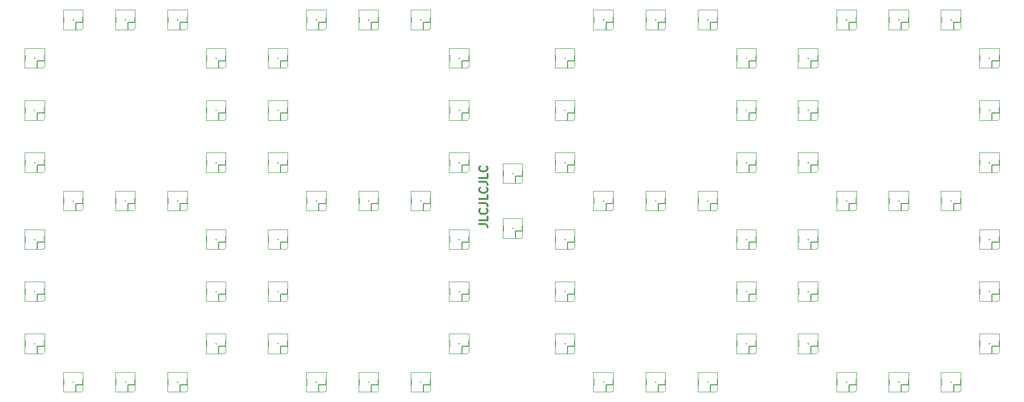
<source format=gbr>
G04 #@! TF.GenerationSoftware,KiCad,Pcbnew,(5.0.0)*
G04 #@! TF.CreationDate,2020-11-20T21:13:12-05:00*
G04 #@! TF.ProjectId,WS2812B Mini Clock,57533238313242204D696E6920436C6F,rev?*
G04 #@! TF.SameCoordinates,Original*
G04 #@! TF.FileFunction,Legend,Top*
G04 #@! TF.FilePolarity,Positive*
%FSLAX46Y46*%
G04 Gerber Fmt 4.6, Leading zero omitted, Abs format (unit mm)*
G04 Created by KiCad (PCBNEW (5.0.0)) date 11/20/20 21:13:12*
%MOMM*%
%LPD*%
G01*
G04 APERTURE LIST*
%ADD10C,0.300000*%
%ADD11C,0.100000*%
%ADD12C,0.200000*%
G04 APERTURE END LIST*
D10*
X134178571Y-108000000D02*
X135250000Y-108000000D01*
X135464285Y-108071428D01*
X135607142Y-108214285D01*
X135678571Y-108428571D01*
X135678571Y-108571428D01*
X135678571Y-106571428D02*
X135678571Y-107285714D01*
X134178571Y-107285714D01*
X135535714Y-105214285D02*
X135607142Y-105285714D01*
X135678571Y-105500000D01*
X135678571Y-105642857D01*
X135607142Y-105857142D01*
X135464285Y-106000000D01*
X135321428Y-106071428D01*
X135035714Y-106142857D01*
X134821428Y-106142857D01*
X134535714Y-106071428D01*
X134392857Y-106000000D01*
X134250000Y-105857142D01*
X134178571Y-105642857D01*
X134178571Y-105500000D01*
X134250000Y-105285714D01*
X134321428Y-105214285D01*
X134178571Y-104142857D02*
X135250000Y-104142857D01*
X135464285Y-104214285D01*
X135607142Y-104357142D01*
X135678571Y-104571428D01*
X135678571Y-104714285D01*
X135678571Y-102714285D02*
X135678571Y-103428571D01*
X134178571Y-103428571D01*
X135535714Y-101357142D02*
X135607142Y-101428571D01*
X135678571Y-101642857D01*
X135678571Y-101785714D01*
X135607142Y-102000000D01*
X135464285Y-102142857D01*
X135321428Y-102214285D01*
X135035714Y-102285714D01*
X134821428Y-102285714D01*
X134535714Y-102214285D01*
X134392857Y-102142857D01*
X134250000Y-102000000D01*
X134178571Y-101785714D01*
X134178571Y-101642857D01*
X134250000Y-101428571D01*
X134321428Y-101357142D01*
X134178571Y-100285714D02*
X135250000Y-100285714D01*
X135464285Y-100357142D01*
X135607142Y-100500000D01*
X135678571Y-100714285D01*
X135678571Y-100857142D01*
X135678571Y-98857142D02*
X135678571Y-99571428D01*
X134178571Y-99571428D01*
X135535714Y-97500000D02*
X135607142Y-97571428D01*
X135678571Y-97785714D01*
X135678571Y-97928571D01*
X135607142Y-98142857D01*
X135464285Y-98285714D01*
X135321428Y-98357142D01*
X135035714Y-98428571D01*
X134821428Y-98428571D01*
X134535714Y-98357142D01*
X134392857Y-98285714D01*
X134250000Y-98142857D01*
X134178571Y-97928571D01*
X134178571Y-97785714D01*
X134250000Y-97571428D01*
X134321428Y-97500000D01*
D11*
G04 #@! TO.C,U71*
X194000000Y-87350000D02*
X194000000Y-87150000D01*
X193900000Y-87250000D02*
X194100000Y-87250000D01*
X195700000Y-86750000D02*
X195800000Y-86750000D01*
X195700000Y-87750000D02*
X195700000Y-86750000D01*
X192300000Y-87750000D02*
X192200000Y-87750000D01*
X192300000Y-86750000D02*
X192200000Y-86750000D01*
X192300000Y-87750000D02*
X192300000Y-86750000D01*
D12*
X194500000Y-87750000D02*
X194600000Y-87750000D01*
X194500000Y-87850000D02*
X194500000Y-87750000D01*
X194600000Y-87750000D02*
X195800000Y-87750000D01*
X194500000Y-89050000D02*
X194500000Y-87850000D01*
D11*
X192200000Y-85450000D02*
X194000000Y-85450000D01*
X192200000Y-89050000D02*
X192200000Y-85450000D01*
X195500000Y-89050000D02*
X192200000Y-89050000D01*
X195800000Y-88750000D02*
X195500000Y-89050000D01*
X195800000Y-85450000D02*
X195800000Y-88750000D01*
X194200000Y-85450000D02*
X195800000Y-85450000D01*
X194000000Y-85450000D02*
X194200000Y-85450000D01*
G04 #@! TO.C,U54*
X149750000Y-87350000D02*
X149750000Y-87150000D01*
X149650000Y-87250000D02*
X149850000Y-87250000D01*
X151450000Y-86750000D02*
X151550000Y-86750000D01*
X151450000Y-87750000D02*
X151450000Y-86750000D01*
X148050000Y-87750000D02*
X147950000Y-87750000D01*
X148050000Y-86750000D02*
X147950000Y-86750000D01*
X148050000Y-87750000D02*
X148050000Y-86750000D01*
D12*
X150250000Y-87750000D02*
X150350000Y-87750000D01*
X150250000Y-87850000D02*
X150250000Y-87750000D01*
X150350000Y-87750000D02*
X151550000Y-87750000D01*
X150250000Y-89050000D02*
X150250000Y-87850000D01*
D11*
X147950000Y-85450000D02*
X149750000Y-85450000D01*
X147950000Y-89050000D02*
X147950000Y-85450000D01*
X151250000Y-89050000D02*
X147950000Y-89050000D01*
X151550000Y-88750000D02*
X151250000Y-89050000D01*
X151550000Y-85450000D02*
X151550000Y-88750000D01*
X149950000Y-85450000D02*
X151550000Y-85450000D01*
X149750000Y-85450000D02*
X149950000Y-85450000D01*
G04 #@! TO.C,U58*
X149750000Y-110850000D02*
X149750000Y-110650000D01*
X149650000Y-110750000D02*
X149850000Y-110750000D01*
X151450000Y-110250000D02*
X151550000Y-110250000D01*
X151450000Y-111250000D02*
X151450000Y-110250000D01*
X148050000Y-111250000D02*
X147950000Y-111250000D01*
X148050000Y-110250000D02*
X147950000Y-110250000D01*
X148050000Y-111250000D02*
X148050000Y-110250000D01*
D12*
X150250000Y-111250000D02*
X150350000Y-111250000D01*
X150250000Y-111350000D02*
X150250000Y-111250000D01*
X150350000Y-111250000D02*
X151550000Y-111250000D01*
X150250000Y-112550000D02*
X150250000Y-111350000D01*
D11*
X147950000Y-108950000D02*
X149750000Y-108950000D01*
X147950000Y-112550000D02*
X147950000Y-108950000D01*
X151250000Y-112550000D02*
X147950000Y-112550000D01*
X151550000Y-112250000D02*
X151250000Y-112550000D01*
X151550000Y-108950000D02*
X151550000Y-112250000D01*
X149950000Y-108950000D02*
X151550000Y-108950000D01*
X149750000Y-108950000D02*
X149950000Y-108950000D01*
G04 #@! TO.C,U49*
X149750000Y-96850000D02*
X149750000Y-96650000D01*
X149650000Y-96750000D02*
X149850000Y-96750000D01*
X151450000Y-96250000D02*
X151550000Y-96250000D01*
X151450000Y-97250000D02*
X151450000Y-96250000D01*
X148050000Y-97250000D02*
X147950000Y-97250000D01*
X148050000Y-96250000D02*
X147950000Y-96250000D01*
X148050000Y-97250000D02*
X148050000Y-96250000D01*
D12*
X150250000Y-97250000D02*
X150350000Y-97250000D01*
X150250000Y-97350000D02*
X150250000Y-97250000D01*
X150350000Y-97250000D02*
X151550000Y-97250000D01*
X150250000Y-98550000D02*
X150250000Y-97350000D01*
D11*
X147950000Y-94950000D02*
X149750000Y-94950000D01*
X147950000Y-98550000D02*
X147950000Y-94950000D01*
X151250000Y-98550000D02*
X147950000Y-98550000D01*
X151550000Y-98250000D02*
X151250000Y-98550000D01*
X151550000Y-94950000D02*
X151550000Y-98250000D01*
X149950000Y-94950000D02*
X151550000Y-94950000D01*
X149750000Y-94950000D02*
X149950000Y-94950000D01*
G04 #@! TO.C,U59*
X149750000Y-77850000D02*
X149750000Y-77650000D01*
X149650000Y-77750000D02*
X149850000Y-77750000D01*
X151450000Y-77250000D02*
X151550000Y-77250000D01*
X151450000Y-78250000D02*
X151450000Y-77250000D01*
X148050000Y-78250000D02*
X147950000Y-78250000D01*
X148050000Y-77250000D02*
X147950000Y-77250000D01*
X148050000Y-78250000D02*
X148050000Y-77250000D01*
D12*
X150250000Y-78250000D02*
X150350000Y-78250000D01*
X150250000Y-78350000D02*
X150250000Y-78250000D01*
X150350000Y-78250000D02*
X151550000Y-78250000D01*
X150250000Y-79550000D02*
X150250000Y-78350000D01*
D11*
X147950000Y-75950000D02*
X149750000Y-75950000D01*
X147950000Y-79550000D02*
X147950000Y-75950000D01*
X151250000Y-79550000D02*
X147950000Y-79550000D01*
X151550000Y-79250000D02*
X151250000Y-79550000D01*
X151550000Y-75950000D02*
X151550000Y-79250000D01*
X149950000Y-75950000D02*
X151550000Y-75950000D01*
X149750000Y-75950000D02*
X149950000Y-75950000D01*
G04 #@! TO.C,U53*
X149750000Y-120350000D02*
X149750000Y-120150000D01*
X149650000Y-120250000D02*
X149850000Y-120250000D01*
X151450000Y-119750000D02*
X151550000Y-119750000D01*
X151450000Y-120750000D02*
X151450000Y-119750000D01*
X148050000Y-120750000D02*
X147950000Y-120750000D01*
X148050000Y-119750000D02*
X147950000Y-119750000D01*
X148050000Y-120750000D02*
X148050000Y-119750000D01*
D12*
X150250000Y-120750000D02*
X150350000Y-120750000D01*
X150250000Y-120850000D02*
X150250000Y-120750000D01*
X150350000Y-120750000D02*
X151550000Y-120750000D01*
X150250000Y-122050000D02*
X150250000Y-120850000D01*
D11*
X147950000Y-118450000D02*
X149750000Y-118450000D01*
X147950000Y-122050000D02*
X147950000Y-118450000D01*
X151250000Y-122050000D02*
X147950000Y-122050000D01*
X151550000Y-121750000D02*
X151250000Y-122050000D01*
X151550000Y-118450000D02*
X151550000Y-121750000D01*
X149950000Y-118450000D02*
X151550000Y-118450000D01*
X149750000Y-118450000D02*
X149950000Y-118450000D01*
G04 #@! TO.C,U89*
X220000000Y-103850000D02*
X220000000Y-103650000D01*
X219900000Y-103750000D02*
X220100000Y-103750000D01*
X221700000Y-103250000D02*
X221800000Y-103250000D01*
X221700000Y-104250000D02*
X221700000Y-103250000D01*
X218300000Y-104250000D02*
X218200000Y-104250000D01*
X218300000Y-103250000D02*
X218200000Y-103250000D01*
X218300000Y-104250000D02*
X218300000Y-103250000D01*
D12*
X220500000Y-104250000D02*
X220600000Y-104250000D01*
X220500000Y-104350000D02*
X220500000Y-104250000D01*
X220600000Y-104250000D02*
X221800000Y-104250000D01*
X220500000Y-105550000D02*
X220500000Y-104350000D01*
D11*
X218200000Y-101950000D02*
X220000000Y-101950000D01*
X218200000Y-105550000D02*
X218200000Y-101950000D01*
X221500000Y-105550000D02*
X218200000Y-105550000D01*
X221800000Y-105250000D02*
X221500000Y-105550000D01*
X221800000Y-101950000D02*
X221800000Y-105250000D01*
X220200000Y-101950000D02*
X221800000Y-101950000D01*
X220000000Y-101950000D02*
X220200000Y-101950000D01*
G04 #@! TO.C,U80*
X220000000Y-136850000D02*
X220000000Y-136650000D01*
X219900000Y-136750000D02*
X220100000Y-136750000D01*
X221700000Y-136250000D02*
X221800000Y-136250000D01*
X221700000Y-137250000D02*
X221700000Y-136250000D01*
X218300000Y-137250000D02*
X218200000Y-137250000D01*
X218300000Y-136250000D02*
X218200000Y-136250000D01*
X218300000Y-137250000D02*
X218300000Y-136250000D01*
D12*
X220500000Y-137250000D02*
X220600000Y-137250000D01*
X220500000Y-137350000D02*
X220500000Y-137250000D01*
X220600000Y-137250000D02*
X221800000Y-137250000D01*
X220500000Y-138550000D02*
X220500000Y-137350000D01*
D11*
X218200000Y-134950000D02*
X220000000Y-134950000D01*
X218200000Y-138550000D02*
X218200000Y-134950000D01*
X221500000Y-138550000D02*
X218200000Y-138550000D01*
X221800000Y-138250000D02*
X221500000Y-138550000D01*
X221800000Y-134950000D02*
X221800000Y-138250000D01*
X220200000Y-134950000D02*
X221800000Y-134950000D01*
X220000000Y-134950000D02*
X220200000Y-134950000D01*
G04 #@! TO.C,U86*
X227000000Y-96850000D02*
X227000000Y-96650000D01*
X226900000Y-96750000D02*
X227100000Y-96750000D01*
X228700000Y-96250000D02*
X228800000Y-96250000D01*
X228700000Y-97250000D02*
X228700000Y-96250000D01*
X225300000Y-97250000D02*
X225200000Y-97250000D01*
X225300000Y-96250000D02*
X225200000Y-96250000D01*
X225300000Y-97250000D02*
X225300000Y-96250000D01*
D12*
X227500000Y-97250000D02*
X227600000Y-97250000D01*
X227500000Y-97350000D02*
X227500000Y-97250000D01*
X227600000Y-97250000D02*
X228800000Y-97250000D01*
X227500000Y-98550000D02*
X227500000Y-97350000D01*
D11*
X225200000Y-94950000D02*
X227000000Y-94950000D01*
X225200000Y-98550000D02*
X225200000Y-94950000D01*
X228500000Y-98550000D02*
X225200000Y-98550000D01*
X228800000Y-98250000D02*
X228500000Y-98550000D01*
X228800000Y-94950000D02*
X228800000Y-98250000D01*
X227200000Y-94950000D02*
X228800000Y-94950000D01*
X227000000Y-94950000D02*
X227200000Y-94950000D01*
G04 #@! TO.C,U67*
X201000000Y-70850000D02*
X201000000Y-70650000D01*
X200900000Y-70750000D02*
X201100000Y-70750000D01*
X202700000Y-70250000D02*
X202800000Y-70250000D01*
X202700000Y-71250000D02*
X202700000Y-70250000D01*
X199300000Y-71250000D02*
X199200000Y-71250000D01*
X199300000Y-70250000D02*
X199200000Y-70250000D01*
X199300000Y-71250000D02*
X199300000Y-70250000D01*
D12*
X201500000Y-71250000D02*
X201600000Y-71250000D01*
X201500000Y-71350000D02*
X201500000Y-71250000D01*
X201600000Y-71250000D02*
X202800000Y-71250000D01*
X201500000Y-72550000D02*
X201500000Y-71350000D01*
D11*
X199200000Y-68950000D02*
X201000000Y-68950000D01*
X199200000Y-72550000D02*
X199200000Y-68950000D01*
X202500000Y-72550000D02*
X199200000Y-72550000D01*
X202800000Y-72250000D02*
X202500000Y-72550000D01*
X202800000Y-68950000D02*
X202800000Y-72250000D01*
X201200000Y-68950000D02*
X202800000Y-68950000D01*
X201000000Y-68950000D02*
X201200000Y-68950000D01*
G04 #@! TO.C,U82*
X227000000Y-87350000D02*
X227000000Y-87150000D01*
X226900000Y-87250000D02*
X227100000Y-87250000D01*
X228700000Y-86750000D02*
X228800000Y-86750000D01*
X228700000Y-87750000D02*
X228700000Y-86750000D01*
X225300000Y-87750000D02*
X225200000Y-87750000D01*
X225300000Y-86750000D02*
X225200000Y-86750000D01*
X225300000Y-87750000D02*
X225300000Y-86750000D01*
D12*
X227500000Y-87750000D02*
X227600000Y-87750000D01*
X227500000Y-87850000D02*
X227500000Y-87750000D01*
X227600000Y-87750000D02*
X228800000Y-87750000D01*
X227500000Y-89050000D02*
X227500000Y-87850000D01*
D11*
X225200000Y-85450000D02*
X227000000Y-85450000D01*
X225200000Y-89050000D02*
X225200000Y-85450000D01*
X228500000Y-89050000D02*
X225200000Y-89050000D01*
X228800000Y-88750000D02*
X228500000Y-89050000D01*
X228800000Y-85450000D02*
X228800000Y-88750000D01*
X227200000Y-85450000D02*
X228800000Y-85450000D01*
X227000000Y-85450000D02*
X227200000Y-85450000D01*
G04 #@! TO.C,U72*
X210500000Y-70850000D02*
X210500000Y-70650000D01*
X210400000Y-70750000D02*
X210600000Y-70750000D01*
X212200000Y-70250000D02*
X212300000Y-70250000D01*
X212200000Y-71250000D02*
X212200000Y-70250000D01*
X208800000Y-71250000D02*
X208700000Y-71250000D01*
X208800000Y-70250000D02*
X208700000Y-70250000D01*
X208800000Y-71250000D02*
X208800000Y-70250000D01*
D12*
X211000000Y-71250000D02*
X211100000Y-71250000D01*
X211000000Y-71350000D02*
X211000000Y-71250000D01*
X211100000Y-71250000D02*
X212300000Y-71250000D01*
X211000000Y-72550000D02*
X211000000Y-71350000D01*
D11*
X208700000Y-68950000D02*
X210500000Y-68950000D01*
X208700000Y-72550000D02*
X208700000Y-68950000D01*
X212000000Y-72550000D02*
X208700000Y-72550000D01*
X212300000Y-72250000D02*
X212000000Y-72550000D01*
X212300000Y-68950000D02*
X212300000Y-72250000D01*
X210700000Y-68950000D02*
X212300000Y-68950000D01*
X210500000Y-68950000D02*
X210700000Y-68950000D01*
G04 #@! TO.C,U87*
X227000000Y-129850000D02*
X227000000Y-129650000D01*
X226900000Y-129750000D02*
X227100000Y-129750000D01*
X228700000Y-129250000D02*
X228800000Y-129250000D01*
X228700000Y-130250000D02*
X228700000Y-129250000D01*
X225300000Y-130250000D02*
X225200000Y-130250000D01*
X225300000Y-129250000D02*
X225200000Y-129250000D01*
X225300000Y-130250000D02*
X225300000Y-129250000D01*
D12*
X227500000Y-130250000D02*
X227600000Y-130250000D01*
X227500000Y-130350000D02*
X227500000Y-130250000D01*
X227600000Y-130250000D02*
X228800000Y-130250000D01*
X227500000Y-131550000D02*
X227500000Y-130350000D01*
D11*
X225200000Y-127950000D02*
X227000000Y-127950000D01*
X225200000Y-131550000D02*
X225200000Y-127950000D01*
X228500000Y-131550000D02*
X225200000Y-131550000D01*
X228800000Y-131250000D02*
X228500000Y-131550000D01*
X228800000Y-127950000D02*
X228800000Y-131250000D01*
X227200000Y-127950000D02*
X228800000Y-127950000D01*
X227000000Y-127950000D02*
X227200000Y-127950000D01*
G04 #@! TO.C,U83*
X227000000Y-120350000D02*
X227000000Y-120150000D01*
X226900000Y-120250000D02*
X227100000Y-120250000D01*
X228700000Y-119750000D02*
X228800000Y-119750000D01*
X228700000Y-120750000D02*
X228700000Y-119750000D01*
X225300000Y-120750000D02*
X225200000Y-120750000D01*
X225300000Y-119750000D02*
X225200000Y-119750000D01*
X225300000Y-120750000D02*
X225300000Y-119750000D01*
D12*
X227500000Y-120750000D02*
X227600000Y-120750000D01*
X227500000Y-120850000D02*
X227500000Y-120750000D01*
X227600000Y-120750000D02*
X228800000Y-120750000D01*
X227500000Y-122050000D02*
X227500000Y-120850000D01*
D11*
X225200000Y-118450000D02*
X227000000Y-118450000D01*
X225200000Y-122050000D02*
X225200000Y-118450000D01*
X228500000Y-122050000D02*
X225200000Y-122050000D01*
X228800000Y-121750000D02*
X228500000Y-122050000D01*
X228800000Y-118450000D02*
X228800000Y-121750000D01*
X227200000Y-118450000D02*
X228800000Y-118450000D01*
X227000000Y-118450000D02*
X227200000Y-118450000D01*
G04 #@! TO.C,U79*
X227000000Y-110850000D02*
X227000000Y-110650000D01*
X226900000Y-110750000D02*
X227100000Y-110750000D01*
X228700000Y-110250000D02*
X228800000Y-110250000D01*
X228700000Y-111250000D02*
X228700000Y-110250000D01*
X225300000Y-111250000D02*
X225200000Y-111250000D01*
X225300000Y-110250000D02*
X225200000Y-110250000D01*
X225300000Y-111250000D02*
X225300000Y-110250000D01*
D12*
X227500000Y-111250000D02*
X227600000Y-111250000D01*
X227500000Y-111350000D02*
X227500000Y-111250000D01*
X227600000Y-111250000D02*
X228800000Y-111250000D01*
X227500000Y-112550000D02*
X227500000Y-111350000D01*
D11*
X225200000Y-108950000D02*
X227000000Y-108950000D01*
X225200000Y-112550000D02*
X225200000Y-108950000D01*
X228500000Y-112550000D02*
X225200000Y-112550000D01*
X228800000Y-112250000D02*
X228500000Y-112550000D01*
X228800000Y-108950000D02*
X228800000Y-112250000D01*
X227200000Y-108950000D02*
X228800000Y-108950000D01*
X227000000Y-108950000D02*
X227200000Y-108950000D01*
G04 #@! TO.C,U66*
X194000000Y-96850000D02*
X194000000Y-96650000D01*
X193900000Y-96750000D02*
X194100000Y-96750000D01*
X195700000Y-96250000D02*
X195800000Y-96250000D01*
X195700000Y-97250000D02*
X195700000Y-96250000D01*
X192300000Y-97250000D02*
X192200000Y-97250000D01*
X192300000Y-96250000D02*
X192200000Y-96250000D01*
X192300000Y-97250000D02*
X192300000Y-96250000D01*
D12*
X194500000Y-97250000D02*
X194600000Y-97250000D01*
X194500000Y-97350000D02*
X194500000Y-97250000D01*
X194600000Y-97250000D02*
X195800000Y-97250000D01*
X194500000Y-98550000D02*
X194500000Y-97350000D01*
D11*
X192200000Y-94950000D02*
X194000000Y-94950000D01*
X192200000Y-98550000D02*
X192200000Y-94950000D01*
X195500000Y-98550000D02*
X192200000Y-98550000D01*
X195800000Y-98250000D02*
X195500000Y-98550000D01*
X195800000Y-94950000D02*
X195800000Y-98250000D01*
X194200000Y-94950000D02*
X195800000Y-94950000D01*
X194000000Y-94950000D02*
X194200000Y-94950000D01*
G04 #@! TO.C,U76*
X194000000Y-77850000D02*
X194000000Y-77650000D01*
X193900000Y-77750000D02*
X194100000Y-77750000D01*
X195700000Y-77250000D02*
X195800000Y-77250000D01*
X195700000Y-78250000D02*
X195700000Y-77250000D01*
X192300000Y-78250000D02*
X192200000Y-78250000D01*
X192300000Y-77250000D02*
X192200000Y-77250000D01*
X192300000Y-78250000D02*
X192300000Y-77250000D01*
D12*
X194500000Y-78250000D02*
X194600000Y-78250000D01*
X194500000Y-78350000D02*
X194500000Y-78250000D01*
X194600000Y-78250000D02*
X195800000Y-78250000D01*
X194500000Y-79550000D02*
X194500000Y-78350000D01*
D11*
X192200000Y-75950000D02*
X194000000Y-75950000D01*
X192200000Y-79550000D02*
X192200000Y-75950000D01*
X195500000Y-79550000D02*
X192200000Y-79550000D01*
X195800000Y-79250000D02*
X195500000Y-79550000D01*
X195800000Y-75950000D02*
X195800000Y-79250000D01*
X194200000Y-75950000D02*
X195800000Y-75950000D01*
X194000000Y-75950000D02*
X194200000Y-75950000D01*
G04 #@! TO.C,U85*
X210500000Y-103850000D02*
X210500000Y-103650000D01*
X210400000Y-103750000D02*
X210600000Y-103750000D01*
X212200000Y-103250000D02*
X212300000Y-103250000D01*
X212200000Y-104250000D02*
X212200000Y-103250000D01*
X208800000Y-104250000D02*
X208700000Y-104250000D01*
X208800000Y-103250000D02*
X208700000Y-103250000D01*
X208800000Y-104250000D02*
X208800000Y-103250000D01*
D12*
X211000000Y-104250000D02*
X211100000Y-104250000D01*
X211000000Y-104350000D02*
X211000000Y-104250000D01*
X211100000Y-104250000D02*
X212300000Y-104250000D01*
X211000000Y-105550000D02*
X211000000Y-104350000D01*
D11*
X208700000Y-101950000D02*
X210500000Y-101950000D01*
X208700000Y-105550000D02*
X208700000Y-101950000D01*
X212000000Y-105550000D02*
X208700000Y-105550000D01*
X212300000Y-105250000D02*
X212000000Y-105550000D01*
X212300000Y-101950000D02*
X212300000Y-105250000D01*
X210700000Y-101950000D02*
X212300000Y-101950000D01*
X210500000Y-101950000D02*
X210700000Y-101950000D01*
G04 #@! TO.C,U81*
X201000000Y-103850000D02*
X201000000Y-103650000D01*
X200900000Y-103750000D02*
X201100000Y-103750000D01*
X202700000Y-103250000D02*
X202800000Y-103250000D01*
X202700000Y-104250000D02*
X202700000Y-103250000D01*
X199300000Y-104250000D02*
X199200000Y-104250000D01*
X199300000Y-103250000D02*
X199200000Y-103250000D01*
X199300000Y-104250000D02*
X199300000Y-103250000D01*
D12*
X201500000Y-104250000D02*
X201600000Y-104250000D01*
X201500000Y-104350000D02*
X201500000Y-104250000D01*
X201600000Y-104250000D02*
X202800000Y-104250000D01*
X201500000Y-105550000D02*
X201500000Y-104350000D01*
D11*
X199200000Y-101950000D02*
X201000000Y-101950000D01*
X199200000Y-105550000D02*
X199200000Y-101950000D01*
X202500000Y-105550000D02*
X199200000Y-105550000D01*
X202800000Y-105250000D02*
X202500000Y-105550000D01*
X202800000Y-101950000D02*
X202800000Y-105250000D01*
X201200000Y-101950000D02*
X202800000Y-101950000D01*
X201000000Y-101950000D02*
X201200000Y-101950000D01*
G04 #@! TO.C,U88*
X201000000Y-136850000D02*
X201000000Y-136650000D01*
X200900000Y-136750000D02*
X201100000Y-136750000D01*
X202700000Y-136250000D02*
X202800000Y-136250000D01*
X202700000Y-137250000D02*
X202700000Y-136250000D01*
X199300000Y-137250000D02*
X199200000Y-137250000D01*
X199300000Y-136250000D02*
X199200000Y-136250000D01*
X199300000Y-137250000D02*
X199300000Y-136250000D01*
D12*
X201500000Y-137250000D02*
X201600000Y-137250000D01*
X201500000Y-137350000D02*
X201500000Y-137250000D01*
X201600000Y-137250000D02*
X202800000Y-137250000D01*
X201500000Y-138550000D02*
X201500000Y-137350000D01*
D11*
X199200000Y-134950000D02*
X201000000Y-134950000D01*
X199200000Y-138550000D02*
X199200000Y-134950000D01*
X202500000Y-138550000D02*
X199200000Y-138550000D01*
X202800000Y-138250000D02*
X202500000Y-138550000D01*
X202800000Y-134950000D02*
X202800000Y-138250000D01*
X201200000Y-134950000D02*
X202800000Y-134950000D01*
X201000000Y-134950000D02*
X201200000Y-134950000D01*
G04 #@! TO.C,U78*
X227000000Y-77850000D02*
X227000000Y-77650000D01*
X226900000Y-77750000D02*
X227100000Y-77750000D01*
X228700000Y-77250000D02*
X228800000Y-77250000D01*
X228700000Y-78250000D02*
X228700000Y-77250000D01*
X225300000Y-78250000D02*
X225200000Y-78250000D01*
X225300000Y-77250000D02*
X225200000Y-77250000D01*
X225300000Y-78250000D02*
X225300000Y-77250000D01*
D12*
X227500000Y-78250000D02*
X227600000Y-78250000D01*
X227500000Y-78350000D02*
X227500000Y-78250000D01*
X227600000Y-78250000D02*
X228800000Y-78250000D01*
X227500000Y-79550000D02*
X227500000Y-78350000D01*
D11*
X225200000Y-75950000D02*
X227000000Y-75950000D01*
X225200000Y-79550000D02*
X225200000Y-75950000D01*
X228500000Y-79550000D02*
X225200000Y-79550000D01*
X228800000Y-79250000D02*
X228500000Y-79550000D01*
X228800000Y-75950000D02*
X228800000Y-79250000D01*
X227200000Y-75950000D02*
X228800000Y-75950000D01*
X227000000Y-75950000D02*
X227200000Y-75950000D01*
G04 #@! TO.C,U75*
X194000000Y-110850000D02*
X194000000Y-110650000D01*
X193900000Y-110750000D02*
X194100000Y-110750000D01*
X195700000Y-110250000D02*
X195800000Y-110250000D01*
X195700000Y-111250000D02*
X195700000Y-110250000D01*
X192300000Y-111250000D02*
X192200000Y-111250000D01*
X192300000Y-110250000D02*
X192200000Y-110250000D01*
X192300000Y-111250000D02*
X192300000Y-110250000D01*
D12*
X194500000Y-111250000D02*
X194600000Y-111250000D01*
X194500000Y-111350000D02*
X194500000Y-111250000D01*
X194600000Y-111250000D02*
X195800000Y-111250000D01*
X194500000Y-112550000D02*
X194500000Y-111350000D01*
D11*
X192200000Y-108950000D02*
X194000000Y-108950000D01*
X192200000Y-112550000D02*
X192200000Y-108950000D01*
X195500000Y-112550000D02*
X192200000Y-112550000D01*
X195800000Y-112250000D02*
X195500000Y-112550000D01*
X195800000Y-108950000D02*
X195800000Y-112250000D01*
X194200000Y-108950000D02*
X195800000Y-108950000D01*
X194000000Y-108950000D02*
X194200000Y-108950000D01*
G04 #@! TO.C,U77*
X220000000Y-70850000D02*
X220000000Y-70650000D01*
X219900000Y-70750000D02*
X220100000Y-70750000D01*
X221700000Y-70250000D02*
X221800000Y-70250000D01*
X221700000Y-71250000D02*
X221700000Y-70250000D01*
X218300000Y-71250000D02*
X218200000Y-71250000D01*
X218300000Y-70250000D02*
X218200000Y-70250000D01*
X218300000Y-71250000D02*
X218300000Y-70250000D01*
D12*
X220500000Y-71250000D02*
X220600000Y-71250000D01*
X220500000Y-71350000D02*
X220500000Y-71250000D01*
X220600000Y-71250000D02*
X221800000Y-71250000D01*
X220500000Y-72550000D02*
X220500000Y-71350000D01*
D11*
X218200000Y-68950000D02*
X220000000Y-68950000D01*
X218200000Y-72550000D02*
X218200000Y-68950000D01*
X221500000Y-72550000D02*
X218200000Y-72550000D01*
X221800000Y-72250000D02*
X221500000Y-72550000D01*
X221800000Y-68950000D02*
X221800000Y-72250000D01*
X220200000Y-68950000D02*
X221800000Y-68950000D01*
X220000000Y-68950000D02*
X220200000Y-68950000D01*
G04 #@! TO.C,U84*
X210500000Y-136850000D02*
X210500000Y-136650000D01*
X210400000Y-136750000D02*
X210600000Y-136750000D01*
X212200000Y-136250000D02*
X212300000Y-136250000D01*
X212200000Y-137250000D02*
X212200000Y-136250000D01*
X208800000Y-137250000D02*
X208700000Y-137250000D01*
X208800000Y-136250000D02*
X208700000Y-136250000D01*
X208800000Y-137250000D02*
X208800000Y-136250000D01*
D12*
X211000000Y-137250000D02*
X211100000Y-137250000D01*
X211000000Y-137350000D02*
X211000000Y-137250000D01*
X211100000Y-137250000D02*
X212300000Y-137250000D01*
X211000000Y-138550000D02*
X211000000Y-137350000D01*
D11*
X208700000Y-134950000D02*
X210500000Y-134950000D01*
X208700000Y-138550000D02*
X208700000Y-134950000D01*
X212000000Y-138550000D02*
X208700000Y-138550000D01*
X212300000Y-138250000D02*
X212000000Y-138550000D01*
X212300000Y-134950000D02*
X212300000Y-138250000D01*
X210700000Y-134950000D02*
X212300000Y-134950000D01*
X210500000Y-134950000D02*
X210700000Y-134950000D01*
G04 #@! TO.C,U50*
X156750000Y-70850000D02*
X156750000Y-70650000D01*
X156650000Y-70750000D02*
X156850000Y-70750000D01*
X158450000Y-70250000D02*
X158550000Y-70250000D01*
X158450000Y-71250000D02*
X158450000Y-70250000D01*
X155050000Y-71250000D02*
X154950000Y-71250000D01*
X155050000Y-70250000D02*
X154950000Y-70250000D01*
X155050000Y-71250000D02*
X155050000Y-70250000D01*
D12*
X157250000Y-71250000D02*
X157350000Y-71250000D01*
X157250000Y-71350000D02*
X157250000Y-71250000D01*
X157350000Y-71250000D02*
X158550000Y-71250000D01*
X157250000Y-72550000D02*
X157250000Y-71350000D01*
D11*
X154950000Y-68950000D02*
X156750000Y-68950000D01*
X154950000Y-72550000D02*
X154950000Y-68950000D01*
X158250000Y-72550000D02*
X154950000Y-72550000D01*
X158550000Y-72250000D02*
X158250000Y-72550000D01*
X158550000Y-68950000D02*
X158550000Y-72250000D01*
X156950000Y-68950000D02*
X158550000Y-68950000D01*
X156750000Y-68950000D02*
X156950000Y-68950000D01*
G04 #@! TO.C,U73*
X156750000Y-136850000D02*
X156750000Y-136650000D01*
X156650000Y-136750000D02*
X156850000Y-136750000D01*
X158450000Y-136250000D02*
X158550000Y-136250000D01*
X158450000Y-137250000D02*
X158450000Y-136250000D01*
X155050000Y-137250000D02*
X154950000Y-137250000D01*
X155050000Y-136250000D02*
X154950000Y-136250000D01*
X155050000Y-137250000D02*
X155050000Y-136250000D01*
D12*
X157250000Y-137250000D02*
X157350000Y-137250000D01*
X157250000Y-137350000D02*
X157250000Y-137250000D01*
X157350000Y-137250000D02*
X158550000Y-137250000D01*
X157250000Y-138550000D02*
X157250000Y-137350000D01*
D11*
X154950000Y-134950000D02*
X156750000Y-134950000D01*
X154950000Y-138550000D02*
X154950000Y-134950000D01*
X158250000Y-138550000D02*
X154950000Y-138550000D01*
X158550000Y-138250000D02*
X158250000Y-138550000D01*
X158550000Y-134950000D02*
X158550000Y-138250000D01*
X156950000Y-134950000D02*
X158550000Y-134950000D01*
X156750000Y-134950000D02*
X156950000Y-134950000D01*
G04 #@! TO.C,U56*
X182750000Y-87350000D02*
X182750000Y-87150000D01*
X182650000Y-87250000D02*
X182850000Y-87250000D01*
X184450000Y-86750000D02*
X184550000Y-86750000D01*
X184450000Y-87750000D02*
X184450000Y-86750000D01*
X181050000Y-87750000D02*
X180950000Y-87750000D01*
X181050000Y-86750000D02*
X180950000Y-86750000D01*
X181050000Y-87750000D02*
X181050000Y-86750000D01*
D12*
X183250000Y-87750000D02*
X183350000Y-87750000D01*
X183250000Y-87850000D02*
X183250000Y-87750000D01*
X183350000Y-87750000D02*
X184550000Y-87750000D01*
X183250000Y-89050000D02*
X183250000Y-87850000D01*
D11*
X180950000Y-85450000D02*
X182750000Y-85450000D01*
X180950000Y-89050000D02*
X180950000Y-85450000D01*
X184250000Y-89050000D02*
X180950000Y-89050000D01*
X184550000Y-88750000D02*
X184250000Y-89050000D01*
X184550000Y-85450000D02*
X184550000Y-88750000D01*
X182950000Y-85450000D02*
X184550000Y-85450000D01*
X182750000Y-85450000D02*
X182950000Y-85450000D01*
G04 #@! TO.C,U65*
X194000000Y-129850000D02*
X194000000Y-129650000D01*
X193900000Y-129750000D02*
X194100000Y-129750000D01*
X195700000Y-129250000D02*
X195800000Y-129250000D01*
X195700000Y-130250000D02*
X195700000Y-129250000D01*
X192300000Y-130250000D02*
X192200000Y-130250000D01*
X192300000Y-129250000D02*
X192200000Y-129250000D01*
X192300000Y-130250000D02*
X192300000Y-129250000D01*
D12*
X194500000Y-130250000D02*
X194600000Y-130250000D01*
X194500000Y-130350000D02*
X194500000Y-130250000D01*
X194600000Y-130250000D02*
X195800000Y-130250000D01*
X194500000Y-131550000D02*
X194500000Y-130350000D01*
D11*
X192200000Y-127950000D02*
X194000000Y-127950000D01*
X192200000Y-131550000D02*
X192200000Y-127950000D01*
X195500000Y-131550000D02*
X192200000Y-131550000D01*
X195800000Y-131250000D02*
X195500000Y-131550000D01*
X195800000Y-127950000D02*
X195800000Y-131250000D01*
X194200000Y-127950000D02*
X195800000Y-127950000D01*
X194000000Y-127950000D02*
X194200000Y-127950000D01*
G04 #@! TO.C,U57*
X182750000Y-120350000D02*
X182750000Y-120150000D01*
X182650000Y-120250000D02*
X182850000Y-120250000D01*
X184450000Y-119750000D02*
X184550000Y-119750000D01*
X184450000Y-120750000D02*
X184450000Y-119750000D01*
X181050000Y-120750000D02*
X180950000Y-120750000D01*
X181050000Y-119750000D02*
X180950000Y-119750000D01*
X181050000Y-120750000D02*
X181050000Y-119750000D01*
D12*
X183250000Y-120750000D02*
X183350000Y-120750000D01*
X183250000Y-120850000D02*
X183250000Y-120750000D01*
X183350000Y-120750000D02*
X184550000Y-120750000D01*
X183250000Y-122050000D02*
X183250000Y-120850000D01*
D11*
X180950000Y-118450000D02*
X182750000Y-118450000D01*
X180950000Y-122050000D02*
X180950000Y-118450000D01*
X184250000Y-122050000D02*
X180950000Y-122050000D01*
X184550000Y-121750000D02*
X184250000Y-122050000D01*
X184550000Y-118450000D02*
X184550000Y-121750000D01*
X182950000Y-118450000D02*
X184550000Y-118450000D01*
X182750000Y-118450000D02*
X182950000Y-118450000D01*
G04 #@! TO.C,U55*
X166250000Y-70850000D02*
X166250000Y-70650000D01*
X166150000Y-70750000D02*
X166350000Y-70750000D01*
X167950000Y-70250000D02*
X168050000Y-70250000D01*
X167950000Y-71250000D02*
X167950000Y-70250000D01*
X164550000Y-71250000D02*
X164450000Y-71250000D01*
X164550000Y-70250000D02*
X164450000Y-70250000D01*
X164550000Y-71250000D02*
X164550000Y-70250000D01*
D12*
X166750000Y-71250000D02*
X166850000Y-71250000D01*
X166750000Y-71350000D02*
X166750000Y-71250000D01*
X166850000Y-71250000D02*
X168050000Y-71250000D01*
X166750000Y-72550000D02*
X166750000Y-71350000D01*
D11*
X164450000Y-68950000D02*
X166250000Y-68950000D01*
X164450000Y-72550000D02*
X164450000Y-68950000D01*
X167750000Y-72550000D02*
X164450000Y-72550000D01*
X168050000Y-72250000D02*
X167750000Y-72550000D01*
X168050000Y-68950000D02*
X168050000Y-72250000D01*
X166450000Y-68950000D02*
X168050000Y-68950000D01*
X166250000Y-68950000D02*
X166450000Y-68950000D01*
G04 #@! TO.C,U62*
X182750000Y-129850000D02*
X182750000Y-129650000D01*
X182650000Y-129750000D02*
X182850000Y-129750000D01*
X184450000Y-129250000D02*
X184550000Y-129250000D01*
X184450000Y-130250000D02*
X184450000Y-129250000D01*
X181050000Y-130250000D02*
X180950000Y-130250000D01*
X181050000Y-129250000D02*
X180950000Y-129250000D01*
X181050000Y-130250000D02*
X181050000Y-129250000D01*
D12*
X183250000Y-130250000D02*
X183350000Y-130250000D01*
X183250000Y-130350000D02*
X183250000Y-130250000D01*
X183350000Y-130250000D02*
X184550000Y-130250000D01*
X183250000Y-131550000D02*
X183250000Y-130350000D01*
D11*
X180950000Y-127950000D02*
X182750000Y-127950000D01*
X180950000Y-131550000D02*
X180950000Y-127950000D01*
X184250000Y-131550000D02*
X180950000Y-131550000D01*
X184550000Y-131250000D02*
X184250000Y-131550000D01*
X184550000Y-127950000D02*
X184550000Y-131250000D01*
X182950000Y-127950000D02*
X184550000Y-127950000D01*
X182750000Y-127950000D02*
X182950000Y-127950000D01*
G04 #@! TO.C,U48*
X149750000Y-129850000D02*
X149750000Y-129650000D01*
X149650000Y-129750000D02*
X149850000Y-129750000D01*
X151450000Y-129250000D02*
X151550000Y-129250000D01*
X151450000Y-130250000D02*
X151450000Y-129250000D01*
X148050000Y-130250000D02*
X147950000Y-130250000D01*
X148050000Y-129250000D02*
X147950000Y-129250000D01*
X148050000Y-130250000D02*
X148050000Y-129250000D01*
D12*
X150250000Y-130250000D02*
X150350000Y-130250000D01*
X150250000Y-130350000D02*
X150250000Y-130250000D01*
X150350000Y-130250000D02*
X151550000Y-130250000D01*
X150250000Y-131550000D02*
X150250000Y-130350000D01*
D11*
X147950000Y-127950000D02*
X149750000Y-127950000D01*
X147950000Y-131550000D02*
X147950000Y-127950000D01*
X151250000Y-131550000D02*
X147950000Y-131550000D01*
X151550000Y-131250000D02*
X151250000Y-131550000D01*
X151550000Y-127950000D02*
X151550000Y-131250000D01*
X149950000Y-127950000D02*
X151550000Y-127950000D01*
X149750000Y-127950000D02*
X149950000Y-127950000D01*
G04 #@! TO.C,U51*
X182750000Y-77850000D02*
X182750000Y-77650000D01*
X182650000Y-77750000D02*
X182850000Y-77750000D01*
X184450000Y-77250000D02*
X184550000Y-77250000D01*
X184450000Y-78250000D02*
X184450000Y-77250000D01*
X181050000Y-78250000D02*
X180950000Y-78250000D01*
X181050000Y-77250000D02*
X180950000Y-77250000D01*
X181050000Y-78250000D02*
X181050000Y-77250000D01*
D12*
X183250000Y-78250000D02*
X183350000Y-78250000D01*
X183250000Y-78350000D02*
X183250000Y-78250000D01*
X183350000Y-78250000D02*
X184550000Y-78250000D01*
X183250000Y-79550000D02*
X183250000Y-78350000D01*
D11*
X180950000Y-75950000D02*
X182750000Y-75950000D01*
X180950000Y-79550000D02*
X180950000Y-75950000D01*
X184250000Y-79550000D02*
X180950000Y-79550000D01*
X184550000Y-79250000D02*
X184250000Y-79550000D01*
X184550000Y-75950000D02*
X184550000Y-79250000D01*
X182950000Y-75950000D02*
X184550000Y-75950000D01*
X182750000Y-75950000D02*
X182950000Y-75950000D01*
G04 #@! TO.C,U64*
X156750000Y-103850000D02*
X156750000Y-103650000D01*
X156650000Y-103750000D02*
X156850000Y-103750000D01*
X158450000Y-103250000D02*
X158550000Y-103250000D01*
X158450000Y-104250000D02*
X158450000Y-103250000D01*
X155050000Y-104250000D02*
X154950000Y-104250000D01*
X155050000Y-103250000D02*
X154950000Y-103250000D01*
X155050000Y-104250000D02*
X155050000Y-103250000D01*
D12*
X157250000Y-104250000D02*
X157350000Y-104250000D01*
X157250000Y-104350000D02*
X157250000Y-104250000D01*
X157350000Y-104250000D02*
X158550000Y-104250000D01*
X157250000Y-105550000D02*
X157250000Y-104350000D01*
D11*
X154950000Y-101950000D02*
X156750000Y-101950000D01*
X154950000Y-105550000D02*
X154950000Y-101950000D01*
X158250000Y-105550000D02*
X154950000Y-105550000D01*
X158550000Y-105250000D02*
X158250000Y-105550000D01*
X158550000Y-101950000D02*
X158550000Y-105250000D01*
X156950000Y-101950000D02*
X158550000Y-101950000D01*
X156750000Y-101950000D02*
X156950000Y-101950000D01*
G04 #@! TO.C,U70*
X194000000Y-120350000D02*
X194000000Y-120150000D01*
X193900000Y-120250000D02*
X194100000Y-120250000D01*
X195700000Y-119750000D02*
X195800000Y-119750000D01*
X195700000Y-120750000D02*
X195700000Y-119750000D01*
X192300000Y-120750000D02*
X192200000Y-120750000D01*
X192300000Y-119750000D02*
X192200000Y-119750000D01*
X192300000Y-120750000D02*
X192300000Y-119750000D01*
D12*
X194500000Y-120750000D02*
X194600000Y-120750000D01*
X194500000Y-120850000D02*
X194500000Y-120750000D01*
X194600000Y-120750000D02*
X195800000Y-120750000D01*
X194500000Y-122050000D02*
X194500000Y-120850000D01*
D11*
X192200000Y-118450000D02*
X194000000Y-118450000D01*
X192200000Y-122050000D02*
X192200000Y-118450000D01*
X195500000Y-122050000D02*
X192200000Y-122050000D01*
X195800000Y-121750000D02*
X195500000Y-122050000D01*
X195800000Y-118450000D02*
X195800000Y-121750000D01*
X194200000Y-118450000D02*
X195800000Y-118450000D01*
X194000000Y-118450000D02*
X194200000Y-118450000D01*
G04 #@! TO.C,U63*
X175750000Y-136850000D02*
X175750000Y-136650000D01*
X175650000Y-136750000D02*
X175850000Y-136750000D01*
X177450000Y-136250000D02*
X177550000Y-136250000D01*
X177450000Y-137250000D02*
X177450000Y-136250000D01*
X174050000Y-137250000D02*
X173950000Y-137250000D01*
X174050000Y-136250000D02*
X173950000Y-136250000D01*
X174050000Y-137250000D02*
X174050000Y-136250000D01*
D12*
X176250000Y-137250000D02*
X176350000Y-137250000D01*
X176250000Y-137350000D02*
X176250000Y-137250000D01*
X176350000Y-137250000D02*
X177550000Y-137250000D01*
X176250000Y-138550000D02*
X176250000Y-137350000D01*
D11*
X173950000Y-134950000D02*
X175750000Y-134950000D01*
X173950000Y-138550000D02*
X173950000Y-134950000D01*
X177250000Y-138550000D02*
X173950000Y-138550000D01*
X177550000Y-138250000D02*
X177250000Y-138550000D01*
X177550000Y-134950000D02*
X177550000Y-138250000D01*
X175950000Y-134950000D02*
X177550000Y-134950000D01*
X175750000Y-134950000D02*
X175950000Y-134950000D01*
G04 #@! TO.C,U74*
X175750000Y-103850000D02*
X175750000Y-103650000D01*
X175650000Y-103750000D02*
X175850000Y-103750000D01*
X177450000Y-103250000D02*
X177550000Y-103250000D01*
X177450000Y-104250000D02*
X177450000Y-103250000D01*
X174050000Y-104250000D02*
X173950000Y-104250000D01*
X174050000Y-103250000D02*
X173950000Y-103250000D01*
X174050000Y-104250000D02*
X174050000Y-103250000D01*
D12*
X176250000Y-104250000D02*
X176350000Y-104250000D01*
X176250000Y-104350000D02*
X176250000Y-104250000D01*
X176350000Y-104250000D02*
X177550000Y-104250000D01*
X176250000Y-105550000D02*
X176250000Y-104350000D01*
D11*
X173950000Y-101950000D02*
X175750000Y-101950000D01*
X173950000Y-105550000D02*
X173950000Y-101950000D01*
X177250000Y-105550000D02*
X173950000Y-105550000D01*
X177550000Y-105250000D02*
X177250000Y-105550000D01*
X177550000Y-101950000D02*
X177550000Y-105250000D01*
X175950000Y-101950000D02*
X177550000Y-101950000D01*
X175750000Y-101950000D02*
X175950000Y-101950000D01*
G04 #@! TO.C,U68*
X166250000Y-136850000D02*
X166250000Y-136650000D01*
X166150000Y-136750000D02*
X166350000Y-136750000D01*
X167950000Y-136250000D02*
X168050000Y-136250000D01*
X167950000Y-137250000D02*
X167950000Y-136250000D01*
X164550000Y-137250000D02*
X164450000Y-137250000D01*
X164550000Y-136250000D02*
X164450000Y-136250000D01*
X164550000Y-137250000D02*
X164550000Y-136250000D01*
D12*
X166750000Y-137250000D02*
X166850000Y-137250000D01*
X166750000Y-137350000D02*
X166750000Y-137250000D01*
X166850000Y-137250000D02*
X168050000Y-137250000D01*
X166750000Y-138550000D02*
X166750000Y-137350000D01*
D11*
X164450000Y-134950000D02*
X166250000Y-134950000D01*
X164450000Y-138550000D02*
X164450000Y-134950000D01*
X167750000Y-138550000D02*
X164450000Y-138550000D01*
X168050000Y-138250000D02*
X167750000Y-138550000D01*
X168050000Y-134950000D02*
X168050000Y-138250000D01*
X166450000Y-134950000D02*
X168050000Y-134950000D01*
X166250000Y-134950000D02*
X166450000Y-134950000D01*
G04 #@! TO.C,U52*
X182750000Y-110850000D02*
X182750000Y-110650000D01*
X182650000Y-110750000D02*
X182850000Y-110750000D01*
X184450000Y-110250000D02*
X184550000Y-110250000D01*
X184450000Y-111250000D02*
X184450000Y-110250000D01*
X181050000Y-111250000D02*
X180950000Y-111250000D01*
X181050000Y-110250000D02*
X180950000Y-110250000D01*
X181050000Y-111250000D02*
X181050000Y-110250000D01*
D12*
X183250000Y-111250000D02*
X183350000Y-111250000D01*
X183250000Y-111350000D02*
X183250000Y-111250000D01*
X183350000Y-111250000D02*
X184550000Y-111250000D01*
X183250000Y-112550000D02*
X183250000Y-111350000D01*
D11*
X180950000Y-108950000D02*
X182750000Y-108950000D01*
X180950000Y-112550000D02*
X180950000Y-108950000D01*
X184250000Y-112550000D02*
X180950000Y-112550000D01*
X184550000Y-112250000D02*
X184250000Y-112550000D01*
X184550000Y-108950000D02*
X184550000Y-112250000D01*
X182950000Y-108950000D02*
X184550000Y-108950000D01*
X182750000Y-108950000D02*
X182950000Y-108950000D01*
G04 #@! TO.C,U61*
X182750000Y-96850000D02*
X182750000Y-96650000D01*
X182650000Y-96750000D02*
X182850000Y-96750000D01*
X184450000Y-96250000D02*
X184550000Y-96250000D01*
X184450000Y-97250000D02*
X184450000Y-96250000D01*
X181050000Y-97250000D02*
X180950000Y-97250000D01*
X181050000Y-96250000D02*
X180950000Y-96250000D01*
X181050000Y-97250000D02*
X181050000Y-96250000D01*
D12*
X183250000Y-97250000D02*
X183350000Y-97250000D01*
X183250000Y-97350000D02*
X183250000Y-97250000D01*
X183350000Y-97250000D02*
X184550000Y-97250000D01*
X183250000Y-98550000D02*
X183250000Y-97350000D01*
D11*
X180950000Y-94950000D02*
X182750000Y-94950000D01*
X180950000Y-98550000D02*
X180950000Y-94950000D01*
X184250000Y-98550000D02*
X180950000Y-98550000D01*
X184550000Y-98250000D02*
X184250000Y-98550000D01*
X184550000Y-94950000D02*
X184550000Y-98250000D01*
X182950000Y-94950000D02*
X184550000Y-94950000D01*
X182750000Y-94950000D02*
X182950000Y-94950000D01*
G04 #@! TO.C,U60*
X175750000Y-70850000D02*
X175750000Y-70650000D01*
X175650000Y-70750000D02*
X175850000Y-70750000D01*
X177450000Y-70250000D02*
X177550000Y-70250000D01*
X177450000Y-71250000D02*
X177450000Y-70250000D01*
X174050000Y-71250000D02*
X173950000Y-71250000D01*
X174050000Y-70250000D02*
X173950000Y-70250000D01*
X174050000Y-71250000D02*
X174050000Y-70250000D01*
D12*
X176250000Y-71250000D02*
X176350000Y-71250000D01*
X176250000Y-71350000D02*
X176250000Y-71250000D01*
X176350000Y-71250000D02*
X177550000Y-71250000D01*
X176250000Y-72550000D02*
X176250000Y-71350000D01*
D11*
X173950000Y-68950000D02*
X175750000Y-68950000D01*
X173950000Y-72550000D02*
X173950000Y-68950000D01*
X177250000Y-72550000D02*
X173950000Y-72550000D01*
X177550000Y-72250000D02*
X177250000Y-72550000D01*
X177550000Y-68950000D02*
X177550000Y-72250000D01*
X175950000Y-68950000D02*
X177550000Y-68950000D01*
X175750000Y-68950000D02*
X175950000Y-68950000D01*
G04 #@! TO.C,U69*
X166250000Y-103850000D02*
X166250000Y-103650000D01*
X166150000Y-103750000D02*
X166350000Y-103750000D01*
X167950000Y-103250000D02*
X168050000Y-103250000D01*
X167950000Y-104250000D02*
X167950000Y-103250000D01*
X164550000Y-104250000D02*
X164450000Y-104250000D01*
X164550000Y-103250000D02*
X164450000Y-103250000D01*
X164550000Y-104250000D02*
X164550000Y-103250000D01*
D12*
X166750000Y-104250000D02*
X166850000Y-104250000D01*
X166750000Y-104350000D02*
X166750000Y-104250000D01*
X166850000Y-104250000D02*
X168050000Y-104250000D01*
X166750000Y-105550000D02*
X166750000Y-104350000D01*
D11*
X164450000Y-101950000D02*
X166250000Y-101950000D01*
X164450000Y-105550000D02*
X164450000Y-101950000D01*
X167750000Y-105550000D02*
X164450000Y-105550000D01*
X168050000Y-105250000D02*
X167750000Y-105550000D01*
X168050000Y-101950000D02*
X168050000Y-105250000D01*
X166450000Y-101950000D02*
X168050000Y-101950000D01*
X166250000Y-101950000D02*
X166450000Y-101950000D01*
G04 #@! TO.C,U6*
X53250000Y-75950000D02*
X53450000Y-75950000D01*
X53450000Y-75950000D02*
X55050000Y-75950000D01*
X55050000Y-75950000D02*
X55050000Y-79250000D01*
X55050000Y-79250000D02*
X54750000Y-79550000D01*
X54750000Y-79550000D02*
X51450000Y-79550000D01*
X51450000Y-79550000D02*
X51450000Y-75950000D01*
X51450000Y-75950000D02*
X53250000Y-75950000D01*
D12*
X53750000Y-79550000D02*
X53750000Y-78350000D01*
X53850000Y-78250000D02*
X55050000Y-78250000D01*
X53750000Y-78350000D02*
X53750000Y-78250000D01*
X53750000Y-78250000D02*
X53850000Y-78250000D01*
D11*
X51550000Y-78250000D02*
X51550000Y-77250000D01*
X51550000Y-77250000D02*
X51450000Y-77250000D01*
X51550000Y-78250000D02*
X51450000Y-78250000D01*
X54950000Y-78250000D02*
X54950000Y-77250000D01*
X54950000Y-77250000D02*
X55050000Y-77250000D01*
X53150000Y-77750000D02*
X53350000Y-77750000D01*
X53250000Y-77850000D02*
X53250000Y-77650000D01*
G04 #@! TO.C,U3*
X53250000Y-108950000D02*
X53450000Y-108950000D01*
X53450000Y-108950000D02*
X55050000Y-108950000D01*
X55050000Y-108950000D02*
X55050000Y-112250000D01*
X55050000Y-112250000D02*
X54750000Y-112550000D01*
X54750000Y-112550000D02*
X51450000Y-112550000D01*
X51450000Y-112550000D02*
X51450000Y-108950000D01*
X51450000Y-108950000D02*
X53250000Y-108950000D01*
D12*
X53750000Y-112550000D02*
X53750000Y-111350000D01*
X53850000Y-111250000D02*
X55050000Y-111250000D01*
X53750000Y-111350000D02*
X53750000Y-111250000D01*
X53750000Y-111250000D02*
X53850000Y-111250000D01*
D11*
X51550000Y-111250000D02*
X51550000Y-110250000D01*
X51550000Y-110250000D02*
X51450000Y-110250000D01*
X51550000Y-111250000D02*
X51450000Y-111250000D01*
X54950000Y-111250000D02*
X54950000Y-110250000D01*
X54950000Y-110250000D02*
X55050000Y-110250000D01*
X53150000Y-110750000D02*
X53350000Y-110750000D01*
X53250000Y-110850000D02*
X53250000Y-110650000D01*
G04 #@! TO.C,U4*
X53250000Y-94950000D02*
X53450000Y-94950000D01*
X53450000Y-94950000D02*
X55050000Y-94950000D01*
X55050000Y-94950000D02*
X55050000Y-98250000D01*
X55050000Y-98250000D02*
X54750000Y-98550000D01*
X54750000Y-98550000D02*
X51450000Y-98550000D01*
X51450000Y-98550000D02*
X51450000Y-94950000D01*
X51450000Y-94950000D02*
X53250000Y-94950000D01*
D12*
X53750000Y-98550000D02*
X53750000Y-97350000D01*
X53850000Y-97250000D02*
X55050000Y-97250000D01*
X53750000Y-97350000D02*
X53750000Y-97250000D01*
X53750000Y-97250000D02*
X53850000Y-97250000D01*
D11*
X51550000Y-97250000D02*
X51550000Y-96250000D01*
X51550000Y-96250000D02*
X51450000Y-96250000D01*
X51550000Y-97250000D02*
X51450000Y-97250000D01*
X54950000Y-97250000D02*
X54950000Y-96250000D01*
X54950000Y-96250000D02*
X55050000Y-96250000D01*
X53150000Y-96750000D02*
X53350000Y-96750000D01*
X53250000Y-96850000D02*
X53250000Y-96650000D01*
G04 #@! TO.C,U5*
X53250000Y-85450000D02*
X53450000Y-85450000D01*
X53450000Y-85450000D02*
X55050000Y-85450000D01*
X55050000Y-85450000D02*
X55050000Y-88750000D01*
X55050000Y-88750000D02*
X54750000Y-89050000D01*
X54750000Y-89050000D02*
X51450000Y-89050000D01*
X51450000Y-89050000D02*
X51450000Y-85450000D01*
X51450000Y-85450000D02*
X53250000Y-85450000D01*
D12*
X53750000Y-89050000D02*
X53750000Y-87850000D01*
X53850000Y-87750000D02*
X55050000Y-87750000D01*
X53750000Y-87850000D02*
X53750000Y-87750000D01*
X53750000Y-87750000D02*
X53850000Y-87750000D01*
D11*
X51550000Y-87750000D02*
X51550000Y-86750000D01*
X51550000Y-86750000D02*
X51450000Y-86750000D01*
X51550000Y-87750000D02*
X51450000Y-87750000D01*
X54950000Y-87750000D02*
X54950000Y-86750000D01*
X54950000Y-86750000D02*
X55050000Y-86750000D01*
X53150000Y-87250000D02*
X53350000Y-87250000D01*
X53250000Y-87350000D02*
X53250000Y-87150000D01*
G04 #@! TO.C,U2*
X53250000Y-118450000D02*
X53450000Y-118450000D01*
X53450000Y-118450000D02*
X55050000Y-118450000D01*
X55050000Y-118450000D02*
X55050000Y-121750000D01*
X55050000Y-121750000D02*
X54750000Y-122050000D01*
X54750000Y-122050000D02*
X51450000Y-122050000D01*
X51450000Y-122050000D02*
X51450000Y-118450000D01*
X51450000Y-118450000D02*
X53250000Y-118450000D01*
D12*
X53750000Y-122050000D02*
X53750000Y-120850000D01*
X53850000Y-120750000D02*
X55050000Y-120750000D01*
X53750000Y-120850000D02*
X53750000Y-120750000D01*
X53750000Y-120750000D02*
X53850000Y-120750000D01*
D11*
X51550000Y-120750000D02*
X51550000Y-119750000D01*
X51550000Y-119750000D02*
X51450000Y-119750000D01*
X51550000Y-120750000D02*
X51450000Y-120750000D01*
X54950000Y-120750000D02*
X54950000Y-119750000D01*
X54950000Y-119750000D02*
X55050000Y-119750000D01*
X53150000Y-120250000D02*
X53350000Y-120250000D01*
X53250000Y-120350000D02*
X53250000Y-120150000D01*
G04 #@! TO.C,U1*
X53250000Y-127950000D02*
X53450000Y-127950000D01*
X53450000Y-127950000D02*
X55050000Y-127950000D01*
X55050000Y-127950000D02*
X55050000Y-131250000D01*
X55050000Y-131250000D02*
X54750000Y-131550000D01*
X54750000Y-131550000D02*
X51450000Y-131550000D01*
X51450000Y-131550000D02*
X51450000Y-127950000D01*
X51450000Y-127950000D02*
X53250000Y-127950000D01*
D12*
X53750000Y-131550000D02*
X53750000Y-130350000D01*
X53850000Y-130250000D02*
X55050000Y-130250000D01*
X53750000Y-130350000D02*
X53750000Y-130250000D01*
X53750000Y-130250000D02*
X53850000Y-130250000D01*
D11*
X51550000Y-130250000D02*
X51550000Y-129250000D01*
X51550000Y-129250000D02*
X51450000Y-129250000D01*
X51550000Y-130250000D02*
X51450000Y-130250000D01*
X54950000Y-130250000D02*
X54950000Y-129250000D01*
X54950000Y-129250000D02*
X55050000Y-129250000D01*
X53150000Y-129750000D02*
X53350000Y-129750000D01*
X53250000Y-129850000D02*
X53250000Y-129650000D01*
G04 #@! TO.C,U7*
X60250000Y-68950000D02*
X60450000Y-68950000D01*
X60450000Y-68950000D02*
X62050000Y-68950000D01*
X62050000Y-68950000D02*
X62050000Y-72250000D01*
X62050000Y-72250000D02*
X61750000Y-72550000D01*
X61750000Y-72550000D02*
X58450000Y-72550000D01*
X58450000Y-72550000D02*
X58450000Y-68950000D01*
X58450000Y-68950000D02*
X60250000Y-68950000D01*
D12*
X60750000Y-72550000D02*
X60750000Y-71350000D01*
X60850000Y-71250000D02*
X62050000Y-71250000D01*
X60750000Y-71350000D02*
X60750000Y-71250000D01*
X60750000Y-71250000D02*
X60850000Y-71250000D01*
D11*
X58550000Y-71250000D02*
X58550000Y-70250000D01*
X58550000Y-70250000D02*
X58450000Y-70250000D01*
X58550000Y-71250000D02*
X58450000Y-71250000D01*
X61950000Y-71250000D02*
X61950000Y-70250000D01*
X61950000Y-70250000D02*
X62050000Y-70250000D01*
X60150000Y-70750000D02*
X60350000Y-70750000D01*
X60250000Y-70850000D02*
X60250000Y-70650000D01*
G04 #@! TO.C,U8*
X69750000Y-68950000D02*
X69950000Y-68950000D01*
X69950000Y-68950000D02*
X71550000Y-68950000D01*
X71550000Y-68950000D02*
X71550000Y-72250000D01*
X71550000Y-72250000D02*
X71250000Y-72550000D01*
X71250000Y-72550000D02*
X67950000Y-72550000D01*
X67950000Y-72550000D02*
X67950000Y-68950000D01*
X67950000Y-68950000D02*
X69750000Y-68950000D01*
D12*
X70250000Y-72550000D02*
X70250000Y-71350000D01*
X70350000Y-71250000D02*
X71550000Y-71250000D01*
X70250000Y-71350000D02*
X70250000Y-71250000D01*
X70250000Y-71250000D02*
X70350000Y-71250000D01*
D11*
X68050000Y-71250000D02*
X68050000Y-70250000D01*
X68050000Y-70250000D02*
X67950000Y-70250000D01*
X68050000Y-71250000D02*
X67950000Y-71250000D01*
X71450000Y-71250000D02*
X71450000Y-70250000D01*
X71450000Y-70250000D02*
X71550000Y-70250000D01*
X69650000Y-70750000D02*
X69850000Y-70750000D01*
X69750000Y-70850000D02*
X69750000Y-70650000D01*
G04 #@! TO.C,U9*
X79250000Y-68950000D02*
X79450000Y-68950000D01*
X79450000Y-68950000D02*
X81050000Y-68950000D01*
X81050000Y-68950000D02*
X81050000Y-72250000D01*
X81050000Y-72250000D02*
X80750000Y-72550000D01*
X80750000Y-72550000D02*
X77450000Y-72550000D01*
X77450000Y-72550000D02*
X77450000Y-68950000D01*
X77450000Y-68950000D02*
X79250000Y-68950000D01*
D12*
X79750000Y-72550000D02*
X79750000Y-71350000D01*
X79850000Y-71250000D02*
X81050000Y-71250000D01*
X79750000Y-71350000D02*
X79750000Y-71250000D01*
X79750000Y-71250000D02*
X79850000Y-71250000D01*
D11*
X77550000Y-71250000D02*
X77550000Y-70250000D01*
X77550000Y-70250000D02*
X77450000Y-70250000D01*
X77550000Y-71250000D02*
X77450000Y-71250000D01*
X80950000Y-71250000D02*
X80950000Y-70250000D01*
X80950000Y-70250000D02*
X81050000Y-70250000D01*
X79150000Y-70750000D02*
X79350000Y-70750000D01*
X79250000Y-70850000D02*
X79250000Y-70650000D01*
G04 #@! TO.C,U10*
X86250000Y-75950000D02*
X86450000Y-75950000D01*
X86450000Y-75950000D02*
X88050000Y-75950000D01*
X88050000Y-75950000D02*
X88050000Y-79250000D01*
X88050000Y-79250000D02*
X87750000Y-79550000D01*
X87750000Y-79550000D02*
X84450000Y-79550000D01*
X84450000Y-79550000D02*
X84450000Y-75950000D01*
X84450000Y-75950000D02*
X86250000Y-75950000D01*
D12*
X86750000Y-79550000D02*
X86750000Y-78350000D01*
X86850000Y-78250000D02*
X88050000Y-78250000D01*
X86750000Y-78350000D02*
X86750000Y-78250000D01*
X86750000Y-78250000D02*
X86850000Y-78250000D01*
D11*
X84550000Y-78250000D02*
X84550000Y-77250000D01*
X84550000Y-77250000D02*
X84450000Y-77250000D01*
X84550000Y-78250000D02*
X84450000Y-78250000D01*
X87950000Y-78250000D02*
X87950000Y-77250000D01*
X87950000Y-77250000D02*
X88050000Y-77250000D01*
X86150000Y-77750000D02*
X86350000Y-77750000D01*
X86250000Y-77850000D02*
X86250000Y-77650000D01*
G04 #@! TO.C,U11*
X86250000Y-85450000D02*
X86450000Y-85450000D01*
X86450000Y-85450000D02*
X88050000Y-85450000D01*
X88050000Y-85450000D02*
X88050000Y-88750000D01*
X88050000Y-88750000D02*
X87750000Y-89050000D01*
X87750000Y-89050000D02*
X84450000Y-89050000D01*
X84450000Y-89050000D02*
X84450000Y-85450000D01*
X84450000Y-85450000D02*
X86250000Y-85450000D01*
D12*
X86750000Y-89050000D02*
X86750000Y-87850000D01*
X86850000Y-87750000D02*
X88050000Y-87750000D01*
X86750000Y-87850000D02*
X86750000Y-87750000D01*
X86750000Y-87750000D02*
X86850000Y-87750000D01*
D11*
X84550000Y-87750000D02*
X84550000Y-86750000D01*
X84550000Y-86750000D02*
X84450000Y-86750000D01*
X84550000Y-87750000D02*
X84450000Y-87750000D01*
X87950000Y-87750000D02*
X87950000Y-86750000D01*
X87950000Y-86750000D02*
X88050000Y-86750000D01*
X86150000Y-87250000D02*
X86350000Y-87250000D01*
X86250000Y-87350000D02*
X86250000Y-87150000D01*
G04 #@! TO.C,U12*
X86250000Y-94950000D02*
X86450000Y-94950000D01*
X86450000Y-94950000D02*
X88050000Y-94950000D01*
X88050000Y-94950000D02*
X88050000Y-98250000D01*
X88050000Y-98250000D02*
X87750000Y-98550000D01*
X87750000Y-98550000D02*
X84450000Y-98550000D01*
X84450000Y-98550000D02*
X84450000Y-94950000D01*
X84450000Y-94950000D02*
X86250000Y-94950000D01*
D12*
X86750000Y-98550000D02*
X86750000Y-97350000D01*
X86850000Y-97250000D02*
X88050000Y-97250000D01*
X86750000Y-97350000D02*
X86750000Y-97250000D01*
X86750000Y-97250000D02*
X86850000Y-97250000D01*
D11*
X84550000Y-97250000D02*
X84550000Y-96250000D01*
X84550000Y-96250000D02*
X84450000Y-96250000D01*
X84550000Y-97250000D02*
X84450000Y-97250000D01*
X87950000Y-97250000D02*
X87950000Y-96250000D01*
X87950000Y-96250000D02*
X88050000Y-96250000D01*
X86150000Y-96750000D02*
X86350000Y-96750000D01*
X86250000Y-96850000D02*
X86250000Y-96650000D01*
G04 #@! TO.C,U13*
X86250000Y-108950000D02*
X86450000Y-108950000D01*
X86450000Y-108950000D02*
X88050000Y-108950000D01*
X88050000Y-108950000D02*
X88050000Y-112250000D01*
X88050000Y-112250000D02*
X87750000Y-112550000D01*
X87750000Y-112550000D02*
X84450000Y-112550000D01*
X84450000Y-112550000D02*
X84450000Y-108950000D01*
X84450000Y-108950000D02*
X86250000Y-108950000D01*
D12*
X86750000Y-112550000D02*
X86750000Y-111350000D01*
X86850000Y-111250000D02*
X88050000Y-111250000D01*
X86750000Y-111350000D02*
X86750000Y-111250000D01*
X86750000Y-111250000D02*
X86850000Y-111250000D01*
D11*
X84550000Y-111250000D02*
X84550000Y-110250000D01*
X84550000Y-110250000D02*
X84450000Y-110250000D01*
X84550000Y-111250000D02*
X84450000Y-111250000D01*
X87950000Y-111250000D02*
X87950000Y-110250000D01*
X87950000Y-110250000D02*
X88050000Y-110250000D01*
X86150000Y-110750000D02*
X86350000Y-110750000D01*
X86250000Y-110850000D02*
X86250000Y-110650000D01*
G04 #@! TO.C,U14*
X86250000Y-118450000D02*
X86450000Y-118450000D01*
X86450000Y-118450000D02*
X88050000Y-118450000D01*
X88050000Y-118450000D02*
X88050000Y-121750000D01*
X88050000Y-121750000D02*
X87750000Y-122050000D01*
X87750000Y-122050000D02*
X84450000Y-122050000D01*
X84450000Y-122050000D02*
X84450000Y-118450000D01*
X84450000Y-118450000D02*
X86250000Y-118450000D01*
D12*
X86750000Y-122050000D02*
X86750000Y-120850000D01*
X86850000Y-120750000D02*
X88050000Y-120750000D01*
X86750000Y-120850000D02*
X86750000Y-120750000D01*
X86750000Y-120750000D02*
X86850000Y-120750000D01*
D11*
X84550000Y-120750000D02*
X84550000Y-119750000D01*
X84550000Y-119750000D02*
X84450000Y-119750000D01*
X84550000Y-120750000D02*
X84450000Y-120750000D01*
X87950000Y-120750000D02*
X87950000Y-119750000D01*
X87950000Y-119750000D02*
X88050000Y-119750000D01*
X86150000Y-120250000D02*
X86350000Y-120250000D01*
X86250000Y-120350000D02*
X86250000Y-120150000D01*
G04 #@! TO.C,U15*
X86250000Y-127950000D02*
X86450000Y-127950000D01*
X86450000Y-127950000D02*
X88050000Y-127950000D01*
X88050000Y-127950000D02*
X88050000Y-131250000D01*
X88050000Y-131250000D02*
X87750000Y-131550000D01*
X87750000Y-131550000D02*
X84450000Y-131550000D01*
X84450000Y-131550000D02*
X84450000Y-127950000D01*
X84450000Y-127950000D02*
X86250000Y-127950000D01*
D12*
X86750000Y-131550000D02*
X86750000Y-130350000D01*
X86850000Y-130250000D02*
X88050000Y-130250000D01*
X86750000Y-130350000D02*
X86750000Y-130250000D01*
X86750000Y-130250000D02*
X86850000Y-130250000D01*
D11*
X84550000Y-130250000D02*
X84550000Y-129250000D01*
X84550000Y-129250000D02*
X84450000Y-129250000D01*
X84550000Y-130250000D02*
X84450000Y-130250000D01*
X87950000Y-130250000D02*
X87950000Y-129250000D01*
X87950000Y-129250000D02*
X88050000Y-129250000D01*
X86150000Y-129750000D02*
X86350000Y-129750000D01*
X86250000Y-129850000D02*
X86250000Y-129650000D01*
G04 #@! TO.C,U16*
X79250000Y-134950000D02*
X79450000Y-134950000D01*
X79450000Y-134950000D02*
X81050000Y-134950000D01*
X81050000Y-134950000D02*
X81050000Y-138250000D01*
X81050000Y-138250000D02*
X80750000Y-138550000D01*
X80750000Y-138550000D02*
X77450000Y-138550000D01*
X77450000Y-138550000D02*
X77450000Y-134950000D01*
X77450000Y-134950000D02*
X79250000Y-134950000D01*
D12*
X79750000Y-138550000D02*
X79750000Y-137350000D01*
X79850000Y-137250000D02*
X81050000Y-137250000D01*
X79750000Y-137350000D02*
X79750000Y-137250000D01*
X79750000Y-137250000D02*
X79850000Y-137250000D01*
D11*
X77550000Y-137250000D02*
X77550000Y-136250000D01*
X77550000Y-136250000D02*
X77450000Y-136250000D01*
X77550000Y-137250000D02*
X77450000Y-137250000D01*
X80950000Y-137250000D02*
X80950000Y-136250000D01*
X80950000Y-136250000D02*
X81050000Y-136250000D01*
X79150000Y-136750000D02*
X79350000Y-136750000D01*
X79250000Y-136850000D02*
X79250000Y-136650000D01*
G04 #@! TO.C,U17*
X69750000Y-134950000D02*
X69950000Y-134950000D01*
X69950000Y-134950000D02*
X71550000Y-134950000D01*
X71550000Y-134950000D02*
X71550000Y-138250000D01*
X71550000Y-138250000D02*
X71250000Y-138550000D01*
X71250000Y-138550000D02*
X67950000Y-138550000D01*
X67950000Y-138550000D02*
X67950000Y-134950000D01*
X67950000Y-134950000D02*
X69750000Y-134950000D01*
D12*
X70250000Y-138550000D02*
X70250000Y-137350000D01*
X70350000Y-137250000D02*
X71550000Y-137250000D01*
X70250000Y-137350000D02*
X70250000Y-137250000D01*
X70250000Y-137250000D02*
X70350000Y-137250000D01*
D11*
X68050000Y-137250000D02*
X68050000Y-136250000D01*
X68050000Y-136250000D02*
X67950000Y-136250000D01*
X68050000Y-137250000D02*
X67950000Y-137250000D01*
X71450000Y-137250000D02*
X71450000Y-136250000D01*
X71450000Y-136250000D02*
X71550000Y-136250000D01*
X69650000Y-136750000D02*
X69850000Y-136750000D01*
X69750000Y-136850000D02*
X69750000Y-136650000D01*
G04 #@! TO.C,U18*
X60250000Y-134950000D02*
X60450000Y-134950000D01*
X60450000Y-134950000D02*
X62050000Y-134950000D01*
X62050000Y-134950000D02*
X62050000Y-138250000D01*
X62050000Y-138250000D02*
X61750000Y-138550000D01*
X61750000Y-138550000D02*
X58450000Y-138550000D01*
X58450000Y-138550000D02*
X58450000Y-134950000D01*
X58450000Y-134950000D02*
X60250000Y-134950000D01*
D12*
X60750000Y-138550000D02*
X60750000Y-137350000D01*
X60850000Y-137250000D02*
X62050000Y-137250000D01*
X60750000Y-137350000D02*
X60750000Y-137250000D01*
X60750000Y-137250000D02*
X60850000Y-137250000D01*
D11*
X58550000Y-137250000D02*
X58550000Y-136250000D01*
X58550000Y-136250000D02*
X58450000Y-136250000D01*
X58550000Y-137250000D02*
X58450000Y-137250000D01*
X61950000Y-137250000D02*
X61950000Y-136250000D01*
X61950000Y-136250000D02*
X62050000Y-136250000D01*
X60150000Y-136750000D02*
X60350000Y-136750000D01*
X60250000Y-136850000D02*
X60250000Y-136650000D01*
G04 #@! TO.C,U19*
X60250000Y-101950000D02*
X60450000Y-101950000D01*
X60450000Y-101950000D02*
X62050000Y-101950000D01*
X62050000Y-101950000D02*
X62050000Y-105250000D01*
X62050000Y-105250000D02*
X61750000Y-105550000D01*
X61750000Y-105550000D02*
X58450000Y-105550000D01*
X58450000Y-105550000D02*
X58450000Y-101950000D01*
X58450000Y-101950000D02*
X60250000Y-101950000D01*
D12*
X60750000Y-105550000D02*
X60750000Y-104350000D01*
X60850000Y-104250000D02*
X62050000Y-104250000D01*
X60750000Y-104350000D02*
X60750000Y-104250000D01*
X60750000Y-104250000D02*
X60850000Y-104250000D01*
D11*
X58550000Y-104250000D02*
X58550000Y-103250000D01*
X58550000Y-103250000D02*
X58450000Y-103250000D01*
X58550000Y-104250000D02*
X58450000Y-104250000D01*
X61950000Y-104250000D02*
X61950000Y-103250000D01*
X61950000Y-103250000D02*
X62050000Y-103250000D01*
X60150000Y-103750000D02*
X60350000Y-103750000D01*
X60250000Y-103850000D02*
X60250000Y-103650000D01*
G04 #@! TO.C,U20*
X69750000Y-101950000D02*
X69950000Y-101950000D01*
X69950000Y-101950000D02*
X71550000Y-101950000D01*
X71550000Y-101950000D02*
X71550000Y-105250000D01*
X71550000Y-105250000D02*
X71250000Y-105550000D01*
X71250000Y-105550000D02*
X67950000Y-105550000D01*
X67950000Y-105550000D02*
X67950000Y-101950000D01*
X67950000Y-101950000D02*
X69750000Y-101950000D01*
D12*
X70250000Y-105550000D02*
X70250000Y-104350000D01*
X70350000Y-104250000D02*
X71550000Y-104250000D01*
X70250000Y-104350000D02*
X70250000Y-104250000D01*
X70250000Y-104250000D02*
X70350000Y-104250000D01*
D11*
X68050000Y-104250000D02*
X68050000Y-103250000D01*
X68050000Y-103250000D02*
X67950000Y-103250000D01*
X68050000Y-104250000D02*
X67950000Y-104250000D01*
X71450000Y-104250000D02*
X71450000Y-103250000D01*
X71450000Y-103250000D02*
X71550000Y-103250000D01*
X69650000Y-103750000D02*
X69850000Y-103750000D01*
X69750000Y-103850000D02*
X69750000Y-103650000D01*
G04 #@! TO.C,U21*
X79250000Y-101950000D02*
X79450000Y-101950000D01*
X79450000Y-101950000D02*
X81050000Y-101950000D01*
X81050000Y-101950000D02*
X81050000Y-105250000D01*
X81050000Y-105250000D02*
X80750000Y-105550000D01*
X80750000Y-105550000D02*
X77450000Y-105550000D01*
X77450000Y-105550000D02*
X77450000Y-101950000D01*
X77450000Y-101950000D02*
X79250000Y-101950000D01*
D12*
X79750000Y-105550000D02*
X79750000Y-104350000D01*
X79850000Y-104250000D02*
X81050000Y-104250000D01*
X79750000Y-104350000D02*
X79750000Y-104250000D01*
X79750000Y-104250000D02*
X79850000Y-104250000D01*
D11*
X77550000Y-104250000D02*
X77550000Y-103250000D01*
X77550000Y-103250000D02*
X77450000Y-103250000D01*
X77550000Y-104250000D02*
X77450000Y-104250000D01*
X80950000Y-104250000D02*
X80950000Y-103250000D01*
X80950000Y-103250000D02*
X81050000Y-103250000D01*
X79150000Y-103750000D02*
X79350000Y-103750000D01*
X79250000Y-103850000D02*
X79250000Y-103650000D01*
G04 #@! TO.C,U22*
X97500000Y-127950000D02*
X97700000Y-127950000D01*
X97700000Y-127950000D02*
X99300000Y-127950000D01*
X99300000Y-127950000D02*
X99300000Y-131250000D01*
X99300000Y-131250000D02*
X99000000Y-131550000D01*
X99000000Y-131550000D02*
X95700000Y-131550000D01*
X95700000Y-131550000D02*
X95700000Y-127950000D01*
X95700000Y-127950000D02*
X97500000Y-127950000D01*
D12*
X98000000Y-131550000D02*
X98000000Y-130350000D01*
X98100000Y-130250000D02*
X99300000Y-130250000D01*
X98000000Y-130350000D02*
X98000000Y-130250000D01*
X98000000Y-130250000D02*
X98100000Y-130250000D01*
D11*
X95800000Y-130250000D02*
X95800000Y-129250000D01*
X95800000Y-129250000D02*
X95700000Y-129250000D01*
X95800000Y-130250000D02*
X95700000Y-130250000D01*
X99200000Y-130250000D02*
X99200000Y-129250000D01*
X99200000Y-129250000D02*
X99300000Y-129250000D01*
X97400000Y-129750000D02*
X97600000Y-129750000D01*
X97500000Y-129850000D02*
X97500000Y-129650000D01*
G04 #@! TO.C,U23*
X97500000Y-118450000D02*
X97700000Y-118450000D01*
X97700000Y-118450000D02*
X99300000Y-118450000D01*
X99300000Y-118450000D02*
X99300000Y-121750000D01*
X99300000Y-121750000D02*
X99000000Y-122050000D01*
X99000000Y-122050000D02*
X95700000Y-122050000D01*
X95700000Y-122050000D02*
X95700000Y-118450000D01*
X95700000Y-118450000D02*
X97500000Y-118450000D01*
D12*
X98000000Y-122050000D02*
X98000000Y-120850000D01*
X98100000Y-120750000D02*
X99300000Y-120750000D01*
X98000000Y-120850000D02*
X98000000Y-120750000D01*
X98000000Y-120750000D02*
X98100000Y-120750000D01*
D11*
X95800000Y-120750000D02*
X95800000Y-119750000D01*
X95800000Y-119750000D02*
X95700000Y-119750000D01*
X95800000Y-120750000D02*
X95700000Y-120750000D01*
X99200000Y-120750000D02*
X99200000Y-119750000D01*
X99200000Y-119750000D02*
X99300000Y-119750000D01*
X97400000Y-120250000D02*
X97600000Y-120250000D01*
X97500000Y-120350000D02*
X97500000Y-120150000D01*
G04 #@! TO.C,U27*
X97500000Y-108950000D02*
X97700000Y-108950000D01*
X97700000Y-108950000D02*
X99300000Y-108950000D01*
X99300000Y-108950000D02*
X99300000Y-112250000D01*
X99300000Y-112250000D02*
X99000000Y-112550000D01*
X99000000Y-112550000D02*
X95700000Y-112550000D01*
X95700000Y-112550000D02*
X95700000Y-108950000D01*
X95700000Y-108950000D02*
X97500000Y-108950000D01*
D12*
X98000000Y-112550000D02*
X98000000Y-111350000D01*
X98100000Y-111250000D02*
X99300000Y-111250000D01*
X98000000Y-111350000D02*
X98000000Y-111250000D01*
X98000000Y-111250000D02*
X98100000Y-111250000D01*
D11*
X95800000Y-111250000D02*
X95800000Y-110250000D01*
X95800000Y-110250000D02*
X95700000Y-110250000D01*
X95800000Y-111250000D02*
X95700000Y-111250000D01*
X99200000Y-111250000D02*
X99200000Y-110250000D01*
X99200000Y-110250000D02*
X99300000Y-110250000D01*
X97400000Y-110750000D02*
X97600000Y-110750000D01*
X97500000Y-110850000D02*
X97500000Y-110650000D01*
G04 #@! TO.C,U28*
X97500000Y-94950000D02*
X97700000Y-94950000D01*
X97700000Y-94950000D02*
X99300000Y-94950000D01*
X99300000Y-94950000D02*
X99300000Y-98250000D01*
X99300000Y-98250000D02*
X99000000Y-98550000D01*
X99000000Y-98550000D02*
X95700000Y-98550000D01*
X95700000Y-98550000D02*
X95700000Y-94950000D01*
X95700000Y-94950000D02*
X97500000Y-94950000D01*
D12*
X98000000Y-98550000D02*
X98000000Y-97350000D01*
X98100000Y-97250000D02*
X99300000Y-97250000D01*
X98000000Y-97350000D02*
X98000000Y-97250000D01*
X98000000Y-97250000D02*
X98100000Y-97250000D01*
D11*
X95800000Y-97250000D02*
X95800000Y-96250000D01*
X95800000Y-96250000D02*
X95700000Y-96250000D01*
X95800000Y-97250000D02*
X95700000Y-97250000D01*
X99200000Y-97250000D02*
X99200000Y-96250000D01*
X99200000Y-96250000D02*
X99300000Y-96250000D01*
X97400000Y-96750000D02*
X97600000Y-96750000D01*
X97500000Y-96850000D02*
X97500000Y-96650000D01*
G04 #@! TO.C,U29*
X97500000Y-85450000D02*
X97700000Y-85450000D01*
X97700000Y-85450000D02*
X99300000Y-85450000D01*
X99300000Y-85450000D02*
X99300000Y-88750000D01*
X99300000Y-88750000D02*
X99000000Y-89050000D01*
X99000000Y-89050000D02*
X95700000Y-89050000D01*
X95700000Y-89050000D02*
X95700000Y-85450000D01*
X95700000Y-85450000D02*
X97500000Y-85450000D01*
D12*
X98000000Y-89050000D02*
X98000000Y-87850000D01*
X98100000Y-87750000D02*
X99300000Y-87750000D01*
X98000000Y-87850000D02*
X98000000Y-87750000D01*
X98000000Y-87750000D02*
X98100000Y-87750000D01*
D11*
X95800000Y-87750000D02*
X95800000Y-86750000D01*
X95800000Y-86750000D02*
X95700000Y-86750000D01*
X95800000Y-87750000D02*
X95700000Y-87750000D01*
X99200000Y-87750000D02*
X99200000Y-86750000D01*
X99200000Y-86750000D02*
X99300000Y-86750000D01*
X97400000Y-87250000D02*
X97600000Y-87250000D01*
X97500000Y-87350000D02*
X97500000Y-87150000D01*
G04 #@! TO.C,U30*
X97500000Y-75950000D02*
X97700000Y-75950000D01*
X97700000Y-75950000D02*
X99300000Y-75950000D01*
X99300000Y-75950000D02*
X99300000Y-79250000D01*
X99300000Y-79250000D02*
X99000000Y-79550000D01*
X99000000Y-79550000D02*
X95700000Y-79550000D01*
X95700000Y-79550000D02*
X95700000Y-75950000D01*
X95700000Y-75950000D02*
X97500000Y-75950000D01*
D12*
X98000000Y-79550000D02*
X98000000Y-78350000D01*
X98100000Y-78250000D02*
X99300000Y-78250000D01*
X98000000Y-78350000D02*
X98000000Y-78250000D01*
X98000000Y-78250000D02*
X98100000Y-78250000D01*
D11*
X95800000Y-78250000D02*
X95800000Y-77250000D01*
X95800000Y-77250000D02*
X95700000Y-77250000D01*
X95800000Y-78250000D02*
X95700000Y-78250000D01*
X99200000Y-78250000D02*
X99200000Y-77250000D01*
X99200000Y-77250000D02*
X99300000Y-77250000D01*
X97400000Y-77750000D02*
X97600000Y-77750000D01*
X97500000Y-77850000D02*
X97500000Y-77650000D01*
G04 #@! TO.C,U31*
X104500000Y-68950000D02*
X104700000Y-68950000D01*
X104700000Y-68950000D02*
X106300000Y-68950000D01*
X106300000Y-68950000D02*
X106300000Y-72250000D01*
X106300000Y-72250000D02*
X106000000Y-72550000D01*
X106000000Y-72550000D02*
X102700000Y-72550000D01*
X102700000Y-72550000D02*
X102700000Y-68950000D01*
X102700000Y-68950000D02*
X104500000Y-68950000D01*
D12*
X105000000Y-72550000D02*
X105000000Y-71350000D01*
X105100000Y-71250000D02*
X106300000Y-71250000D01*
X105000000Y-71350000D02*
X105000000Y-71250000D01*
X105000000Y-71250000D02*
X105100000Y-71250000D01*
D11*
X102800000Y-71250000D02*
X102800000Y-70250000D01*
X102800000Y-70250000D02*
X102700000Y-70250000D01*
X102800000Y-71250000D02*
X102700000Y-71250000D01*
X106200000Y-71250000D02*
X106200000Y-70250000D01*
X106200000Y-70250000D02*
X106300000Y-70250000D01*
X104400000Y-70750000D02*
X104600000Y-70750000D01*
X104500000Y-70850000D02*
X104500000Y-70650000D01*
G04 #@! TO.C,U32*
X114000000Y-68950000D02*
X114200000Y-68950000D01*
X114200000Y-68950000D02*
X115800000Y-68950000D01*
X115800000Y-68950000D02*
X115800000Y-72250000D01*
X115800000Y-72250000D02*
X115500000Y-72550000D01*
X115500000Y-72550000D02*
X112200000Y-72550000D01*
X112200000Y-72550000D02*
X112200000Y-68950000D01*
X112200000Y-68950000D02*
X114000000Y-68950000D01*
D12*
X114500000Y-72550000D02*
X114500000Y-71350000D01*
X114600000Y-71250000D02*
X115800000Y-71250000D01*
X114500000Y-71350000D02*
X114500000Y-71250000D01*
X114500000Y-71250000D02*
X114600000Y-71250000D01*
D11*
X112300000Y-71250000D02*
X112300000Y-70250000D01*
X112300000Y-70250000D02*
X112200000Y-70250000D01*
X112300000Y-71250000D02*
X112200000Y-71250000D01*
X115700000Y-71250000D02*
X115700000Y-70250000D01*
X115700000Y-70250000D02*
X115800000Y-70250000D01*
X113900000Y-70750000D02*
X114100000Y-70750000D01*
X114000000Y-70850000D02*
X114000000Y-70650000D01*
G04 #@! TO.C,U33*
X123500000Y-68950000D02*
X123700000Y-68950000D01*
X123700000Y-68950000D02*
X125300000Y-68950000D01*
X125300000Y-68950000D02*
X125300000Y-72250000D01*
X125300000Y-72250000D02*
X125000000Y-72550000D01*
X125000000Y-72550000D02*
X121700000Y-72550000D01*
X121700000Y-72550000D02*
X121700000Y-68950000D01*
X121700000Y-68950000D02*
X123500000Y-68950000D01*
D12*
X124000000Y-72550000D02*
X124000000Y-71350000D01*
X124100000Y-71250000D02*
X125300000Y-71250000D01*
X124000000Y-71350000D02*
X124000000Y-71250000D01*
X124000000Y-71250000D02*
X124100000Y-71250000D01*
D11*
X121800000Y-71250000D02*
X121800000Y-70250000D01*
X121800000Y-70250000D02*
X121700000Y-70250000D01*
X121800000Y-71250000D02*
X121700000Y-71250000D01*
X125200000Y-71250000D02*
X125200000Y-70250000D01*
X125200000Y-70250000D02*
X125300000Y-70250000D01*
X123400000Y-70750000D02*
X123600000Y-70750000D01*
X123500000Y-70850000D02*
X123500000Y-70650000D01*
G04 #@! TO.C,U34*
X130500000Y-75950000D02*
X130700000Y-75950000D01*
X130700000Y-75950000D02*
X132300000Y-75950000D01*
X132300000Y-75950000D02*
X132300000Y-79250000D01*
X132300000Y-79250000D02*
X132000000Y-79550000D01*
X132000000Y-79550000D02*
X128700000Y-79550000D01*
X128700000Y-79550000D02*
X128700000Y-75950000D01*
X128700000Y-75950000D02*
X130500000Y-75950000D01*
D12*
X131000000Y-79550000D02*
X131000000Y-78350000D01*
X131100000Y-78250000D02*
X132300000Y-78250000D01*
X131000000Y-78350000D02*
X131000000Y-78250000D01*
X131000000Y-78250000D02*
X131100000Y-78250000D01*
D11*
X128800000Y-78250000D02*
X128800000Y-77250000D01*
X128800000Y-77250000D02*
X128700000Y-77250000D01*
X128800000Y-78250000D02*
X128700000Y-78250000D01*
X132200000Y-78250000D02*
X132200000Y-77250000D01*
X132200000Y-77250000D02*
X132300000Y-77250000D01*
X130400000Y-77750000D02*
X130600000Y-77750000D01*
X130500000Y-77850000D02*
X130500000Y-77650000D01*
G04 #@! TO.C,U35*
X130500000Y-85450000D02*
X130700000Y-85450000D01*
X130700000Y-85450000D02*
X132300000Y-85450000D01*
X132300000Y-85450000D02*
X132300000Y-88750000D01*
X132300000Y-88750000D02*
X132000000Y-89050000D01*
X132000000Y-89050000D02*
X128700000Y-89050000D01*
X128700000Y-89050000D02*
X128700000Y-85450000D01*
X128700000Y-85450000D02*
X130500000Y-85450000D01*
D12*
X131000000Y-89050000D02*
X131000000Y-87850000D01*
X131100000Y-87750000D02*
X132300000Y-87750000D01*
X131000000Y-87850000D02*
X131000000Y-87750000D01*
X131000000Y-87750000D02*
X131100000Y-87750000D01*
D11*
X128800000Y-87750000D02*
X128800000Y-86750000D01*
X128800000Y-86750000D02*
X128700000Y-86750000D01*
X128800000Y-87750000D02*
X128700000Y-87750000D01*
X132200000Y-87750000D02*
X132200000Y-86750000D01*
X132200000Y-86750000D02*
X132300000Y-86750000D01*
X130400000Y-87250000D02*
X130600000Y-87250000D01*
X130500000Y-87350000D02*
X130500000Y-87150000D01*
G04 #@! TO.C,U36*
X130500000Y-94950000D02*
X130700000Y-94950000D01*
X130700000Y-94950000D02*
X132300000Y-94950000D01*
X132300000Y-94950000D02*
X132300000Y-98250000D01*
X132300000Y-98250000D02*
X132000000Y-98550000D01*
X132000000Y-98550000D02*
X128700000Y-98550000D01*
X128700000Y-98550000D02*
X128700000Y-94950000D01*
X128700000Y-94950000D02*
X130500000Y-94950000D01*
D12*
X131000000Y-98550000D02*
X131000000Y-97350000D01*
X131100000Y-97250000D02*
X132300000Y-97250000D01*
X131000000Y-97350000D02*
X131000000Y-97250000D01*
X131000000Y-97250000D02*
X131100000Y-97250000D01*
D11*
X128800000Y-97250000D02*
X128800000Y-96250000D01*
X128800000Y-96250000D02*
X128700000Y-96250000D01*
X128800000Y-97250000D02*
X128700000Y-97250000D01*
X132200000Y-97250000D02*
X132200000Y-96250000D01*
X132200000Y-96250000D02*
X132300000Y-96250000D01*
X130400000Y-96750000D02*
X130600000Y-96750000D01*
X130500000Y-96850000D02*
X130500000Y-96650000D01*
G04 #@! TO.C,U37*
X130500000Y-108950000D02*
X130700000Y-108950000D01*
X130700000Y-108950000D02*
X132300000Y-108950000D01*
X132300000Y-108950000D02*
X132300000Y-112250000D01*
X132300000Y-112250000D02*
X132000000Y-112550000D01*
X132000000Y-112550000D02*
X128700000Y-112550000D01*
X128700000Y-112550000D02*
X128700000Y-108950000D01*
X128700000Y-108950000D02*
X130500000Y-108950000D01*
D12*
X131000000Y-112550000D02*
X131000000Y-111350000D01*
X131100000Y-111250000D02*
X132300000Y-111250000D01*
X131000000Y-111350000D02*
X131000000Y-111250000D01*
X131000000Y-111250000D02*
X131100000Y-111250000D01*
D11*
X128800000Y-111250000D02*
X128800000Y-110250000D01*
X128800000Y-110250000D02*
X128700000Y-110250000D01*
X128800000Y-111250000D02*
X128700000Y-111250000D01*
X132200000Y-111250000D02*
X132200000Y-110250000D01*
X132200000Y-110250000D02*
X132300000Y-110250000D01*
X130400000Y-110750000D02*
X130600000Y-110750000D01*
X130500000Y-110850000D02*
X130500000Y-110650000D01*
G04 #@! TO.C,U38*
X130500000Y-118450000D02*
X130700000Y-118450000D01*
X130700000Y-118450000D02*
X132300000Y-118450000D01*
X132300000Y-118450000D02*
X132300000Y-121750000D01*
X132300000Y-121750000D02*
X132000000Y-122050000D01*
X132000000Y-122050000D02*
X128700000Y-122050000D01*
X128700000Y-122050000D02*
X128700000Y-118450000D01*
X128700000Y-118450000D02*
X130500000Y-118450000D01*
D12*
X131000000Y-122050000D02*
X131000000Y-120850000D01*
X131100000Y-120750000D02*
X132300000Y-120750000D01*
X131000000Y-120850000D02*
X131000000Y-120750000D01*
X131000000Y-120750000D02*
X131100000Y-120750000D01*
D11*
X128800000Y-120750000D02*
X128800000Y-119750000D01*
X128800000Y-119750000D02*
X128700000Y-119750000D01*
X128800000Y-120750000D02*
X128700000Y-120750000D01*
X132200000Y-120750000D02*
X132200000Y-119750000D01*
X132200000Y-119750000D02*
X132300000Y-119750000D01*
X130400000Y-120250000D02*
X130600000Y-120250000D01*
X130500000Y-120350000D02*
X130500000Y-120150000D01*
G04 #@! TO.C,U39*
X130500000Y-127950000D02*
X130700000Y-127950000D01*
X130700000Y-127950000D02*
X132300000Y-127950000D01*
X132300000Y-127950000D02*
X132300000Y-131250000D01*
X132300000Y-131250000D02*
X132000000Y-131550000D01*
X132000000Y-131550000D02*
X128700000Y-131550000D01*
X128700000Y-131550000D02*
X128700000Y-127950000D01*
X128700000Y-127950000D02*
X130500000Y-127950000D01*
D12*
X131000000Y-131550000D02*
X131000000Y-130350000D01*
X131100000Y-130250000D02*
X132300000Y-130250000D01*
X131000000Y-130350000D02*
X131000000Y-130250000D01*
X131000000Y-130250000D02*
X131100000Y-130250000D01*
D11*
X128800000Y-130250000D02*
X128800000Y-129250000D01*
X128800000Y-129250000D02*
X128700000Y-129250000D01*
X128800000Y-130250000D02*
X128700000Y-130250000D01*
X132200000Y-130250000D02*
X132200000Y-129250000D01*
X132200000Y-129250000D02*
X132300000Y-129250000D01*
X130400000Y-129750000D02*
X130600000Y-129750000D01*
X130500000Y-129850000D02*
X130500000Y-129650000D01*
G04 #@! TO.C,U40*
X123500000Y-134950000D02*
X123700000Y-134950000D01*
X123700000Y-134950000D02*
X125300000Y-134950000D01*
X125300000Y-134950000D02*
X125300000Y-138250000D01*
X125300000Y-138250000D02*
X125000000Y-138550000D01*
X125000000Y-138550000D02*
X121700000Y-138550000D01*
X121700000Y-138550000D02*
X121700000Y-134950000D01*
X121700000Y-134950000D02*
X123500000Y-134950000D01*
D12*
X124000000Y-138550000D02*
X124000000Y-137350000D01*
X124100000Y-137250000D02*
X125300000Y-137250000D01*
X124000000Y-137350000D02*
X124000000Y-137250000D01*
X124000000Y-137250000D02*
X124100000Y-137250000D01*
D11*
X121800000Y-137250000D02*
X121800000Y-136250000D01*
X121800000Y-136250000D02*
X121700000Y-136250000D01*
X121800000Y-137250000D02*
X121700000Y-137250000D01*
X125200000Y-137250000D02*
X125200000Y-136250000D01*
X125200000Y-136250000D02*
X125300000Y-136250000D01*
X123400000Y-136750000D02*
X123600000Y-136750000D01*
X123500000Y-136850000D02*
X123500000Y-136650000D01*
G04 #@! TO.C,U41*
X114000000Y-134950000D02*
X114200000Y-134950000D01*
X114200000Y-134950000D02*
X115800000Y-134950000D01*
X115800000Y-134950000D02*
X115800000Y-138250000D01*
X115800000Y-138250000D02*
X115500000Y-138550000D01*
X115500000Y-138550000D02*
X112200000Y-138550000D01*
X112200000Y-138550000D02*
X112200000Y-134950000D01*
X112200000Y-134950000D02*
X114000000Y-134950000D01*
D12*
X114500000Y-138550000D02*
X114500000Y-137350000D01*
X114600000Y-137250000D02*
X115800000Y-137250000D01*
X114500000Y-137350000D02*
X114500000Y-137250000D01*
X114500000Y-137250000D02*
X114600000Y-137250000D01*
D11*
X112300000Y-137250000D02*
X112300000Y-136250000D01*
X112300000Y-136250000D02*
X112200000Y-136250000D01*
X112300000Y-137250000D02*
X112200000Y-137250000D01*
X115700000Y-137250000D02*
X115700000Y-136250000D01*
X115700000Y-136250000D02*
X115800000Y-136250000D01*
X113900000Y-136750000D02*
X114100000Y-136750000D01*
X114000000Y-136850000D02*
X114000000Y-136650000D01*
G04 #@! TO.C,U42*
X104500000Y-134950000D02*
X104700000Y-134950000D01*
X104700000Y-134950000D02*
X106300000Y-134950000D01*
X106300000Y-134950000D02*
X106300000Y-138250000D01*
X106300000Y-138250000D02*
X106000000Y-138550000D01*
X106000000Y-138550000D02*
X102700000Y-138550000D01*
X102700000Y-138550000D02*
X102700000Y-134950000D01*
X102700000Y-134950000D02*
X104500000Y-134950000D01*
D12*
X105000000Y-138550000D02*
X105000000Y-137350000D01*
X105100000Y-137250000D02*
X106300000Y-137250000D01*
X105000000Y-137350000D02*
X105000000Y-137250000D01*
X105000000Y-137250000D02*
X105100000Y-137250000D01*
D11*
X102800000Y-137250000D02*
X102800000Y-136250000D01*
X102800000Y-136250000D02*
X102700000Y-136250000D01*
X102800000Y-137250000D02*
X102700000Y-137250000D01*
X106200000Y-137250000D02*
X106200000Y-136250000D01*
X106200000Y-136250000D02*
X106300000Y-136250000D01*
X104400000Y-136750000D02*
X104600000Y-136750000D01*
X104500000Y-136850000D02*
X104500000Y-136650000D01*
G04 #@! TO.C,U43*
X104500000Y-101950000D02*
X104700000Y-101950000D01*
X104700000Y-101950000D02*
X106300000Y-101950000D01*
X106300000Y-101950000D02*
X106300000Y-105250000D01*
X106300000Y-105250000D02*
X106000000Y-105550000D01*
X106000000Y-105550000D02*
X102700000Y-105550000D01*
X102700000Y-105550000D02*
X102700000Y-101950000D01*
X102700000Y-101950000D02*
X104500000Y-101950000D01*
D12*
X105000000Y-105550000D02*
X105000000Y-104350000D01*
X105100000Y-104250000D02*
X106300000Y-104250000D01*
X105000000Y-104350000D02*
X105000000Y-104250000D01*
X105000000Y-104250000D02*
X105100000Y-104250000D01*
D11*
X102800000Y-104250000D02*
X102800000Y-103250000D01*
X102800000Y-103250000D02*
X102700000Y-103250000D01*
X102800000Y-104250000D02*
X102700000Y-104250000D01*
X106200000Y-104250000D02*
X106200000Y-103250000D01*
X106200000Y-103250000D02*
X106300000Y-103250000D01*
X104400000Y-103750000D02*
X104600000Y-103750000D01*
X104500000Y-103850000D02*
X104500000Y-103650000D01*
G04 #@! TO.C,U44*
X114000000Y-101950000D02*
X114200000Y-101950000D01*
X114200000Y-101950000D02*
X115800000Y-101950000D01*
X115800000Y-101950000D02*
X115800000Y-105250000D01*
X115800000Y-105250000D02*
X115500000Y-105550000D01*
X115500000Y-105550000D02*
X112200000Y-105550000D01*
X112200000Y-105550000D02*
X112200000Y-101950000D01*
X112200000Y-101950000D02*
X114000000Y-101950000D01*
D12*
X114500000Y-105550000D02*
X114500000Y-104350000D01*
X114600000Y-104250000D02*
X115800000Y-104250000D01*
X114500000Y-104350000D02*
X114500000Y-104250000D01*
X114500000Y-104250000D02*
X114600000Y-104250000D01*
D11*
X112300000Y-104250000D02*
X112300000Y-103250000D01*
X112300000Y-103250000D02*
X112200000Y-103250000D01*
X112300000Y-104250000D02*
X112200000Y-104250000D01*
X115700000Y-104250000D02*
X115700000Y-103250000D01*
X115700000Y-103250000D02*
X115800000Y-103250000D01*
X113900000Y-103750000D02*
X114100000Y-103750000D01*
X114000000Y-103850000D02*
X114000000Y-103650000D01*
G04 #@! TO.C,U45*
X123500000Y-101950000D02*
X123700000Y-101950000D01*
X123700000Y-101950000D02*
X125300000Y-101950000D01*
X125300000Y-101950000D02*
X125300000Y-105250000D01*
X125300000Y-105250000D02*
X125000000Y-105550000D01*
X125000000Y-105550000D02*
X121700000Y-105550000D01*
X121700000Y-105550000D02*
X121700000Y-101950000D01*
X121700000Y-101950000D02*
X123500000Y-101950000D01*
D12*
X124000000Y-105550000D02*
X124000000Y-104350000D01*
X124100000Y-104250000D02*
X125300000Y-104250000D01*
X124000000Y-104350000D02*
X124000000Y-104250000D01*
X124000000Y-104250000D02*
X124100000Y-104250000D01*
D11*
X121800000Y-104250000D02*
X121800000Y-103250000D01*
X121800000Y-103250000D02*
X121700000Y-103250000D01*
X121800000Y-104250000D02*
X121700000Y-104250000D01*
X125200000Y-104250000D02*
X125200000Y-103250000D01*
X125200000Y-103250000D02*
X125300000Y-103250000D01*
X123400000Y-103750000D02*
X123600000Y-103750000D01*
X123500000Y-103850000D02*
X123500000Y-103650000D01*
G04 #@! TO.C,U46*
X140250000Y-96950000D02*
X140450000Y-96950000D01*
X140450000Y-96950000D02*
X142050000Y-96950000D01*
X142050000Y-96950000D02*
X142050000Y-100250000D01*
X142050000Y-100250000D02*
X141750000Y-100550000D01*
X141750000Y-100550000D02*
X138450000Y-100550000D01*
X138450000Y-100550000D02*
X138450000Y-96950000D01*
X138450000Y-96950000D02*
X140250000Y-96950000D01*
D12*
X140750000Y-100550000D02*
X140750000Y-99350000D01*
X140850000Y-99250000D02*
X142050000Y-99250000D01*
X140750000Y-99350000D02*
X140750000Y-99250000D01*
X140750000Y-99250000D02*
X140850000Y-99250000D01*
D11*
X138550000Y-99250000D02*
X138550000Y-98250000D01*
X138550000Y-98250000D02*
X138450000Y-98250000D01*
X138550000Y-99250000D02*
X138450000Y-99250000D01*
X141950000Y-99250000D02*
X141950000Y-98250000D01*
X141950000Y-98250000D02*
X142050000Y-98250000D01*
X140150000Y-98750000D02*
X140350000Y-98750000D01*
X140250000Y-98850000D02*
X140250000Y-98650000D01*
G04 #@! TO.C,U47*
X140250000Y-106950000D02*
X140450000Y-106950000D01*
X140450000Y-106950000D02*
X142050000Y-106950000D01*
X142050000Y-106950000D02*
X142050000Y-110250000D01*
X142050000Y-110250000D02*
X141750000Y-110550000D01*
X141750000Y-110550000D02*
X138450000Y-110550000D01*
X138450000Y-110550000D02*
X138450000Y-106950000D01*
X138450000Y-106950000D02*
X140250000Y-106950000D01*
D12*
X140750000Y-110550000D02*
X140750000Y-109350000D01*
X140850000Y-109250000D02*
X142050000Y-109250000D01*
X140750000Y-109350000D02*
X140750000Y-109250000D01*
X140750000Y-109250000D02*
X140850000Y-109250000D01*
D11*
X138550000Y-109250000D02*
X138550000Y-108250000D01*
X138550000Y-108250000D02*
X138450000Y-108250000D01*
X138550000Y-109250000D02*
X138450000Y-109250000D01*
X141950000Y-109250000D02*
X141950000Y-108250000D01*
X141950000Y-108250000D02*
X142050000Y-108250000D01*
X140150000Y-108750000D02*
X140350000Y-108750000D01*
X140250000Y-108850000D02*
X140250000Y-108650000D01*
G04 #@! TD*
M02*

</source>
